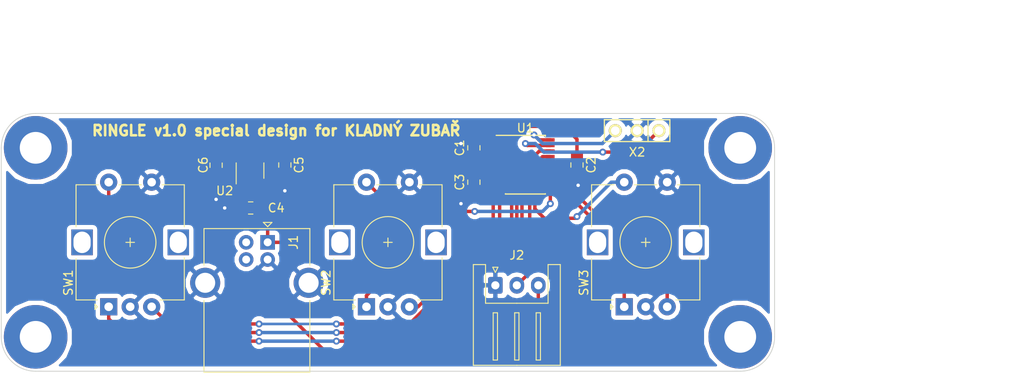
<source format=kicad_pcb>
(kicad_pcb (version 20171130) (host pcbnew 5.0.2-bee76a0~70~ubuntu16.04.1)

  (general
    (thickness 1.6)
    (drawings 15)
    (tracks 160)
    (zones 0)
    (modules 18)
    (nets 23)
  )

  (page A4)
  (layers
    (0 F.Cu signal)
    (31 B.Cu signal)
    (32 B.Adhes user)
    (33 F.Adhes user)
    (34 B.Paste user)
    (35 F.Paste user)
    (36 B.SilkS user)
    (37 F.SilkS user)
    (38 B.Mask user)
    (39 F.Mask user)
    (40 Dwgs.User user)
    (41 Cmts.User user)
    (42 Eco1.User user)
    (43 Eco2.User user)
    (44 Edge.Cuts user)
    (45 Margin user)
    (46 B.CrtYd user hide)
    (47 F.CrtYd user hide)
    (48 B.Fab user hide)
    (49 F.Fab user hide)
  )

  (setup
    (last_trace_width 0.4)
    (trace_clearance 0.2)
    (zone_clearance 0.508)
    (zone_45_only no)
    (trace_min 0.2)
    (segment_width 0.2)
    (edge_width 0.1)
    (via_size 0.8)
    (via_drill 0.4)
    (via_min_size 0.4)
    (via_min_drill 0.3)
    (uvia_size 0.3)
    (uvia_drill 0.1)
    (uvias_allowed no)
    (uvia_min_size 0.2)
    (uvia_min_drill 0.1)
    (pcb_text_width 0.3)
    (pcb_text_size 1.5 1.5)
    (mod_edge_width 0.15)
    (mod_text_size 1 1)
    (mod_text_width 0.15)
    (pad_size 1.5 1.5)
    (pad_drill 0.6)
    (pad_to_mask_clearance 0)
    (solder_mask_min_width 0.25)
    (aux_axis_origin 0 0)
    (grid_origin 140 60)
    (visible_elements FFFFFF7F)
    (pcbplotparams
      (layerselection 0x010f0_ffffffff)
      (usegerberextensions false)
      (usegerberattributes false)
      (usegerberadvancedattributes false)
      (creategerberjobfile false)
      (excludeedgelayer true)
      (linewidth 0.100000)
      (plotframeref false)
      (viasonmask false)
      (mode 1)
      (useauxorigin false)
      (hpglpennumber 1)
      (hpglpenspeed 20)
      (hpglpendiameter 15.000000)
      (psnegative false)
      (psa4output false)
      (plotreference true)
      (plotvalue true)
      (plotinvisibletext false)
      (padsonsilk false)
      (subtractmaskfromsilk false)
      (outputformat 1)
      (mirror false)
      (drillshape 0)
      (scaleselection 1)
      (outputdirectory "gerber/"))
  )

  (net 0 "")
  (net 1 GND)
  (net 2 "Net-(C1-Pad1)")
  (net 3 +3V3)
  (net 4 +5V)
  (net 5 "Net-(C5-Pad1)")
  (net 6 "Net-(J1-Pad3)")
  (net 7 "Net-(J1-Pad2)")
  (net 8 /LED_DATA)
  (net 9 "Net-(SW1-PadS1)")
  (net 10 "Net-(SW1-PadB)")
  (net 11 "Net-(SW1-PadA)")
  (net 12 "Net-(SW2-PadA)")
  (net 13 "Net-(SW2-PadB)")
  (net 14 "Net-(SW2-PadS1)")
  (net 15 "Net-(SW3-PadS1)")
  (net 16 "Net-(SW3-PadB)")
  (net 17 "Net-(SW3-PadA)")
  (net 18 /SWDIO)
  (net 19 /SWCLK)
  (net 20 "Net-(U1-Pad2)")
  (net 21 "Net-(U1-Pad3)")
  (net 22 "Net-(U1-Pad14)")

  (net_class Default "This is the default net class."
    (clearance 0.2)
    (trace_width 0.4)
    (via_dia 0.8)
    (via_drill 0.4)
    (uvia_dia 0.3)
    (uvia_drill 0.1)
    (add_net +3V3)
    (add_net +5V)
    (add_net /LED_DATA)
    (add_net /SWCLK)
    (add_net /SWDIO)
    (add_net GND)
    (add_net "Net-(C1-Pad1)")
    (add_net "Net-(C5-Pad1)")
    (add_net "Net-(J1-Pad2)")
    (add_net "Net-(J1-Pad3)")
    (add_net "Net-(SW1-PadA)")
    (add_net "Net-(SW1-PadB)")
    (add_net "Net-(SW1-PadS1)")
    (add_net "Net-(SW2-PadA)")
    (add_net "Net-(SW2-PadB)")
    (add_net "Net-(SW2-PadS1)")
    (add_net "Net-(SW3-PadA)")
    (add_net "Net-(SW3-PadB)")
    (add_net "Net-(SW3-PadS1)")
    (add_net "Net-(U1-Pad14)")
    (add_net "Net-(U1-Pad2)")
    (add_net "Net-(U1-Pad3)")
  )

  (module device.farm:RotaryEncoder_Bourns_PEC12R-4x20F-Sxxxx locked (layer F.Cu) (tedit 5CA2A2CB) (tstamp 5C9EFCD9)
    (at 107.5 67.5 90)
    (descr "Alps rotary encoder, EC12E... with switch, vertical shaft, http://www.alps.com/prod/info/E/HTML/Encoder/Incremental/EC12E/EC12E1240405.html & http://cdn-reichelt.de/documents/datenblatt/F100/402097STEC12E08.PDF")
    (tags "rotary encoder")
    (path /5C2D43A9)
    (fp_text reference SW1 (at 2.8 -4.7 90) (layer F.SilkS)
      (effects (font (size 1 1) (thickness 0.15)))
    )
    (fp_text value Rotary_Encoder_Switch (at 7.5 10.4 90) (layer F.Fab)
      (effects (font (size 1 1) (thickness 0.15)))
    )
    (fp_circle (center 7.5 2.5) (end 10.5 2.5) (layer F.Fab) (width 0.12))
    (fp_circle (center 7.5 2.5) (end 10.5 2.5) (layer F.SilkS) (width 0.12))
    (fp_line (start 16 9.85) (end -1.5 9.85) (layer F.CrtYd) (width 0.05))
    (fp_line (start 16 9.85) (end 16 -4.85) (layer F.CrtYd) (width 0.05))
    (fp_line (start -1.5 -4.85) (end -1.5 9.85) (layer F.CrtYd) (width 0.05))
    (fp_line (start -1.5 -4.85) (end 16 -4.85) (layer F.CrtYd) (width 0.05))
    (fp_line (start 1.9 -3.7) (end 14.1 -3.7) (layer F.Fab) (width 0.12))
    (fp_line (start 14.1 -3.7) (end 14.1 8.7) (layer F.Fab) (width 0.12))
    (fp_line (start 14.1 8.7) (end 0.9 8.7) (layer F.Fab) (width 0.12))
    (fp_line (start 0.9 8.7) (end 0.9 -2.6) (layer F.Fab) (width 0.12))
    (fp_line (start 0.9 -2.6) (end 1.9 -3.7) (layer F.Fab) (width 0.12))
    (fp_line (start 9.3 -3.8) (end 14.2 -3.8) (layer F.SilkS) (width 0.12))
    (fp_line (start 14.2 8.8) (end 9.3 8.8) (layer F.SilkS) (width 0.12))
    (fp_line (start 5.7 8.8) (end 0.8 8.8) (layer F.SilkS) (width 0.12))
    (fp_line (start 0.8 8.8) (end 0.8 6) (layer F.SilkS) (width 0.12))
    (fp_line (start 5.6 -3.8) (end 0.8 -3.8) (layer F.SilkS) (width 0.12))
    (fp_line (start 0.8 -3.8) (end 0.8 -1.3) (layer F.SilkS) (width 0.12))
    (fp_line (start 0 -1.3) (end -0.3 -1.6) (layer F.SilkS) (width 0.12))
    (fp_line (start -0.3 -1.6) (end 0.3 -1.6) (layer F.SilkS) (width 0.12))
    (fp_line (start 0.3 -1.6) (end 0 -1.3) (layer F.SilkS) (width 0.12))
    (fp_line (start 7.5 -0.5) (end 7.5 5.5) (layer F.Fab) (width 0.12))
    (fp_line (start 4.5 2.5) (end 10.5 2.5) (layer F.Fab) (width 0.12))
    (fp_line (start 14.2 -3.8) (end 14.2 -1.2) (layer F.SilkS) (width 0.12))
    (fp_line (start 14.2 1.2) (end 14.2 3.8) (layer F.SilkS) (width 0.12))
    (fp_line (start 14.2 6.2) (end 14.2 8.8) (layer F.SilkS) (width 0.12))
    (fp_text user %R (at 11.5 6.6 90) (layer F.Fab)
      (effects (font (size 1 1) (thickness 0.15)))
    )
    (fp_line (start 7.5 2) (end 7.5 3) (layer F.SilkS) (width 0.12))
    (fp_line (start 7 2.5) (end 8 2.5) (layer F.SilkS) (width 0.12))
    (pad A thru_hole rect (at 0 0 90) (size 2 2) (drill 1) (layers *.Cu *.Mask)
      (net 11 "Net-(SW1-PadA)"))
    (pad C thru_hole circle (at 0 2.5 90) (size 2 2) (drill 1) (layers *.Cu *.Mask)
      (net 1 GND))
    (pad B thru_hole circle (at 0 5 90) (size 2 2) (drill 1) (layers *.Cu *.Mask)
      (net 10 "Net-(SW1-PadB)"))
    (pad MP thru_hole rect (at 7.5 -3.1 90) (size 3 2.5) (drill oval 2.5 2) (layers *.Cu *.Mask))
    (pad MP thru_hole rect (at 7.5 8.1 90) (size 3 2.5) (drill oval 2.5 2) (layers *.Cu *.Mask))
    (pad S1 thru_hole circle (at 14.5 0 90) (size 2 2) (drill 1) (layers *.Cu *.Mask)
      (net 9 "Net-(SW1-PadS1)"))
    (pad S2 thru_hole circle (at 14.5 5 90) (size 2 2) (drill 1) (layers *.Cu *.Mask)
      (net 1 GND))
    (model ${DF}/device.farm.pretty/PEC12R-4x20F-Sxxxx.stp
      (offset (xyz 7.5 -2.5 0))
      (scale (xyz 1 1 1))
      (rotate (xyz -90 0 -90))
    )
  )

  (module device.farm:RotaryEncoder_Bourns_PEC12R-4x20F-Sxxxx locked (layer F.Cu) (tedit 5CA2A2CB) (tstamp 5C97EFF6)
    (at 137.5 67.5 90)
    (descr "Alps rotary encoder, EC12E... with switch, vertical shaft, http://www.alps.com/prod/info/E/HTML/Encoder/Incremental/EC12E/EC12E1240405.html & http://cdn-reichelt.de/documents/datenblatt/F100/402097STEC12E08.PDF")
    (tags "rotary encoder")
    (path /5C8B0AD9)
    (fp_text reference SW2 (at 2.8 -4.7 90) (layer F.SilkS)
      (effects (font (size 1 1) (thickness 0.15)))
    )
    (fp_text value Rotary_Encoder_Switch (at 7.5 10.4 90) (layer F.Fab)
      (effects (font (size 1 1) (thickness 0.15)))
    )
    (fp_circle (center 7.5 2.5) (end 10.5 2.5) (layer F.Fab) (width 0.12))
    (fp_circle (center 7.5 2.5) (end 10.5 2.5) (layer F.SilkS) (width 0.12))
    (fp_line (start 16 9.85) (end -1.5 9.85) (layer F.CrtYd) (width 0.05))
    (fp_line (start 16 9.85) (end 16 -4.85) (layer F.CrtYd) (width 0.05))
    (fp_line (start -1.5 -4.85) (end -1.5 9.85) (layer F.CrtYd) (width 0.05))
    (fp_line (start -1.5 -4.85) (end 16 -4.85) (layer F.CrtYd) (width 0.05))
    (fp_line (start 1.9 -3.7) (end 14.1 -3.7) (layer F.Fab) (width 0.12))
    (fp_line (start 14.1 -3.7) (end 14.1 8.7) (layer F.Fab) (width 0.12))
    (fp_line (start 14.1 8.7) (end 0.9 8.7) (layer F.Fab) (width 0.12))
    (fp_line (start 0.9 8.7) (end 0.9 -2.6) (layer F.Fab) (width 0.12))
    (fp_line (start 0.9 -2.6) (end 1.9 -3.7) (layer F.Fab) (width 0.12))
    (fp_line (start 9.3 -3.8) (end 14.2 -3.8) (layer F.SilkS) (width 0.12))
    (fp_line (start 14.2 8.8) (end 9.3 8.8) (layer F.SilkS) (width 0.12))
    (fp_line (start 5.7 8.8) (end 0.8 8.8) (layer F.SilkS) (width 0.12))
    (fp_line (start 0.8 8.8) (end 0.8 6) (layer F.SilkS) (width 0.12))
    (fp_line (start 5.6 -3.8) (end 0.8 -3.8) (layer F.SilkS) (width 0.12))
    (fp_line (start 0.8 -3.8) (end 0.8 -1.3) (layer F.SilkS) (width 0.12))
    (fp_line (start 0 -1.3) (end -0.3 -1.6) (layer F.SilkS) (width 0.12))
    (fp_line (start -0.3 -1.6) (end 0.3 -1.6) (layer F.SilkS) (width 0.12))
    (fp_line (start 0.3 -1.6) (end 0 -1.3) (layer F.SilkS) (width 0.12))
    (fp_line (start 7.5 -0.5) (end 7.5 5.5) (layer F.Fab) (width 0.12))
    (fp_line (start 4.5 2.5) (end 10.5 2.5) (layer F.Fab) (width 0.12))
    (fp_line (start 14.2 -3.8) (end 14.2 -1.2) (layer F.SilkS) (width 0.12))
    (fp_line (start 14.2 1.2) (end 14.2 3.8) (layer F.SilkS) (width 0.12))
    (fp_line (start 14.2 6.2) (end 14.2 8.8) (layer F.SilkS) (width 0.12))
    (fp_text user %R (at 11.5 6.6 90) (layer F.Fab)
      (effects (font (size 1 1) (thickness 0.15)))
    )
    (fp_line (start 7.5 2) (end 7.5 3) (layer F.SilkS) (width 0.12))
    (fp_line (start 7 2.5) (end 8 2.5) (layer F.SilkS) (width 0.12))
    (pad A thru_hole rect (at 0 0 90) (size 2 2) (drill 1) (layers *.Cu *.Mask)
      (net 12 "Net-(SW2-PadA)"))
    (pad C thru_hole circle (at 0 2.5 90) (size 2 2) (drill 1) (layers *.Cu *.Mask)
      (net 1 GND))
    (pad B thru_hole circle (at 0 5 90) (size 2 2) (drill 1) (layers *.Cu *.Mask)
      (net 13 "Net-(SW2-PadB)"))
    (pad MP thru_hole rect (at 7.5 -3.1 90) (size 3 2.5) (drill oval 2.5 2) (layers *.Cu *.Mask))
    (pad MP thru_hole rect (at 7.5 8.1 90) (size 3 2.5) (drill oval 2.5 2) (layers *.Cu *.Mask))
    (pad S1 thru_hole circle (at 14.5 0 90) (size 2 2) (drill 1) (layers *.Cu *.Mask)
      (net 14 "Net-(SW2-PadS1)"))
    (pad S2 thru_hole circle (at 14.5 5 90) (size 2 2) (drill 1) (layers *.Cu *.Mask)
      (net 1 GND))
    (model ${DF}/device.farm.pretty/PEC12R-4x20F-Sxxxx.stp
      (offset (xyz 7.5 -2.5 0))
      (scale (xyz 1 1 1))
      (rotate (xyz -90 0 -90))
    )
  )

  (module device.farm:RotaryEncoder_Bourns_PEC12R-4x20F-Sxxxx locked (layer F.Cu) (tedit 5CA2A2CB) (tstamp 5C97F01D)
    (at 167.5 67.5 90)
    (descr "Alps rotary encoder, EC12E... with switch, vertical shaft, http://www.alps.com/prod/info/E/HTML/Encoder/Incremental/EC12E/EC12E1240405.html & http://cdn-reichelt.de/documents/datenblatt/F100/402097STEC12E08.PDF")
    (tags "rotary encoder")
    (path /5C8B13F7)
    (fp_text reference SW3 (at 2.8 -4.7 90) (layer F.SilkS)
      (effects (font (size 1 1) (thickness 0.15)))
    )
    (fp_text value Rotary_Encoder_Switch (at 7.5 10.4 90) (layer F.Fab)
      (effects (font (size 1 1) (thickness 0.15)))
    )
    (fp_circle (center 7.5 2.5) (end 10.5 2.5) (layer F.Fab) (width 0.12))
    (fp_circle (center 7.5 2.5) (end 10.5 2.5) (layer F.SilkS) (width 0.12))
    (fp_line (start 16 9.85) (end -1.5 9.85) (layer F.CrtYd) (width 0.05))
    (fp_line (start 16 9.85) (end 16 -4.85) (layer F.CrtYd) (width 0.05))
    (fp_line (start -1.5 -4.85) (end -1.5 9.85) (layer F.CrtYd) (width 0.05))
    (fp_line (start -1.5 -4.85) (end 16 -4.85) (layer F.CrtYd) (width 0.05))
    (fp_line (start 1.9 -3.7) (end 14.1 -3.7) (layer F.Fab) (width 0.12))
    (fp_line (start 14.1 -3.7) (end 14.1 8.7) (layer F.Fab) (width 0.12))
    (fp_line (start 14.1 8.7) (end 0.9 8.7) (layer F.Fab) (width 0.12))
    (fp_line (start 0.9 8.7) (end 0.9 -2.6) (layer F.Fab) (width 0.12))
    (fp_line (start 0.9 -2.6) (end 1.9 -3.7) (layer F.Fab) (width 0.12))
    (fp_line (start 9.3 -3.8) (end 14.2 -3.8) (layer F.SilkS) (width 0.12))
    (fp_line (start 14.2 8.8) (end 9.3 8.8) (layer F.SilkS) (width 0.12))
    (fp_line (start 5.7 8.8) (end 0.8 8.8) (layer F.SilkS) (width 0.12))
    (fp_line (start 0.8 8.8) (end 0.8 6) (layer F.SilkS) (width 0.12))
    (fp_line (start 5.6 -3.8) (end 0.8 -3.8) (layer F.SilkS) (width 0.12))
    (fp_line (start 0.8 -3.8) (end 0.8 -1.3) (layer F.SilkS) (width 0.12))
    (fp_line (start 0 -1.3) (end -0.3 -1.6) (layer F.SilkS) (width 0.12))
    (fp_line (start -0.3 -1.6) (end 0.3 -1.6) (layer F.SilkS) (width 0.12))
    (fp_line (start 0.3 -1.6) (end 0 -1.3) (layer F.SilkS) (width 0.12))
    (fp_line (start 7.5 -0.5) (end 7.5 5.5) (layer F.Fab) (width 0.12))
    (fp_line (start 4.5 2.5) (end 10.5 2.5) (layer F.Fab) (width 0.12))
    (fp_line (start 14.2 -3.8) (end 14.2 -1.2) (layer F.SilkS) (width 0.12))
    (fp_line (start 14.2 1.2) (end 14.2 3.8) (layer F.SilkS) (width 0.12))
    (fp_line (start 14.2 6.2) (end 14.2 8.8) (layer F.SilkS) (width 0.12))
    (fp_text user %R (at 11.5 6.6 90) (layer F.Fab)
      (effects (font (size 1 1) (thickness 0.15)))
    )
    (fp_line (start 7.5 2) (end 7.5 3) (layer F.SilkS) (width 0.12))
    (fp_line (start 7 2.5) (end 8 2.5) (layer F.SilkS) (width 0.12))
    (pad A thru_hole rect (at 0 0 90) (size 2 2) (drill 1) (layers *.Cu *.Mask)
      (net 17 "Net-(SW3-PadA)"))
    (pad C thru_hole circle (at 0 2.5 90) (size 2 2) (drill 1) (layers *.Cu *.Mask)
      (net 1 GND))
    (pad B thru_hole circle (at 0 5 90) (size 2 2) (drill 1) (layers *.Cu *.Mask)
      (net 16 "Net-(SW3-PadB)"))
    (pad MP thru_hole rect (at 7.5 -3.1 90) (size 3 2.5) (drill oval 2.5 2) (layers *.Cu *.Mask))
    (pad MP thru_hole rect (at 7.5 8.1 90) (size 3 2.5) (drill oval 2.5 2) (layers *.Cu *.Mask))
    (pad S1 thru_hole circle (at 14.5 0 90) (size 2 2) (drill 1) (layers *.Cu *.Mask)
      (net 15 "Net-(SW3-PadS1)"))
    (pad S2 thru_hole circle (at 14.5 5 90) (size 2 2) (drill 1) (layers *.Cu *.Mask)
      (net 1 GND))
    (model ${DF}/device.farm.pretty/PEC12R-4x20F-Sxxxx.stp
      (offset (xyz 7.5 -2.5 0))
      (scale (xyz 1 1 1))
      (rotate (xyz -90 0 -90))
    )
  )

  (module controller:USB_B_OST_USB-B1HSxx_Horizontal (layer F.Cu) (tedit 5CAF1436) (tstamp 5C9801FB)
    (at 126 60 270)
    (descr "USB B receptacle, Horizontal, through-hole, http://www.on-shore.com/wp-content/uploads/2015/09/usb-b1hsxx.pdf")
    (tags "USB-B receptacle horizontal through-hole")
    (path /5C8CDAAC)
    (fp_text reference J1 (at 0 -3 270) (layer F.SilkS)
      (effects (font (size 1 1) (thickness 0.15)))
    )
    (fp_text value USB_B (at 6.76 10.27 270) (layer F.Fab)
      (effects (font (size 1 1) (thickness 0.15)))
    )
    (fp_line (start -0.49 -4.8) (end 15.01 -4.8) (layer F.Fab) (width 0.1))
    (fp_line (start 15.01 -4.8) (end 15.01 7.3) (layer F.Fab) (width 0.1))
    (fp_line (start 15.01 7.3) (end -1.49 7.3) (layer F.Fab) (width 0.1))
    (fp_line (start -1.49 7.3) (end -1.49 -3.8) (layer F.Fab) (width 0.1))
    (fp_line (start -1.49 -3.8) (end -0.49 -4.8) (layer F.Fab) (width 0.1))
    (fp_line (start 2.66 -4.91) (end -1.6 -4.91) (layer F.SilkS) (width 0.12))
    (fp_line (start -1.6 -4.91) (end -1.6 7.41) (layer F.SilkS) (width 0.12))
    (fp_line (start -1.6 7.41) (end 2.66 7.41) (layer F.SilkS) (width 0.12))
    (fp_line (start 6.76 -4.91) (end 15.12 -4.91) (layer F.SilkS) (width 0.12))
    (fp_line (start 15.12 -4.91) (end 15.12 7.41) (layer F.SilkS) (width 0.12))
    (fp_line (start 15.12 7.41) (end 6.76 7.41) (layer F.SilkS) (width 0.12))
    (fp_line (start -1.82 0) (end -2.32 -0.5) (layer F.SilkS) (width 0.12))
    (fp_line (start -2.32 -0.5) (end -2.32 0.5) (layer F.SilkS) (width 0.12))
    (fp_line (start -2.32 0.5) (end -1.82 0) (layer F.SilkS) (width 0.12))
    (fp_line (start -1.99 -7.02) (end -1.99 9.52) (layer F.CrtYd) (width 0.05))
    (fp_line (start -1.99 9.52) (end 15.51 9.52) (layer F.CrtYd) (width 0.05))
    (fp_line (start 15.51 9.52) (end 15.51 -7.02) (layer F.CrtYd) (width 0.05))
    (fp_line (start 15.51 -7.02) (end -1.99 -7.02) (layer F.CrtYd) (width 0.05))
    (fp_text user %R (at 6.76 1.25 270) (layer F.Fab)
      (effects (font (size 1 1) (thickness 0.15)))
    )
    (pad 1 thru_hole rect (at 0 0 270) (size 1.7 1.7) (drill 0.92) (layers *.Cu *.Mask)
      (net 4 +5V))
    (pad 2 thru_hole circle (at 0 2.5 270) (size 1.7 1.7) (drill 0.92) (layers *.Cu *.Mask)
      (net 7 "Net-(J1-Pad2)"))
    (pad 3 thru_hole circle (at 2 2.5 270) (size 1.7 1.7) (drill 0.92) (layers *.Cu *.Mask)
      (net 6 "Net-(J1-Pad3)"))
    (pad 4 thru_hole circle (at 2 0 270) (size 1.7 1.7) (drill 0.92) (layers *.Cu *.Mask)
      (net 1 GND))
    (pad 5 thru_hole circle (at 4.71 -4.77 270) (size 3.5 3.5) (drill 2.33) (layers *.Cu *.Mask)
      (net 1 GND))
    (pad 5 thru_hole circle (at 4.71 7.27 270) (size 3.5 3.5) (drill 2.33) (layers *.Cu *.Mask)
      (net 1 GND))
    (model ${KIPRJMOD}/fp-lib/USB_B_OST_USB-B1HSxx_Horizontal.stp
      (offset (xyz 7 -1.25 0))
      (scale (xyz 1 1 1))
      (rotate (xyz -90 0 -90))
    )
  )

  (module Package_SO:SSOP-20_4.4x6.5mm_P0.65mm (layer F.Cu) (tedit 5A02F25C) (tstamp 5C98295E)
    (at 156 51)
    (descr "SSOP20: plastic shrink small outline package; 20 leads; body width 4.4 mm; (see NXP SSOP-TSSOP-VSO-REFLOW.pdf and sot266-1_po.pdf)")
    (tags "SSOP 0.65")
    (path /5C2D459B)
    (attr smd)
    (fp_text reference U1 (at 0 -4.3) (layer F.SilkS)
      (effects (font (size 1 1) (thickness 0.15)))
    )
    (fp_text value STM32F030F4Px (at 0 4.3) (layer F.Fab)
      (effects (font (size 1 1) (thickness 0.15)))
    )
    (fp_text user %R (at 0 0) (layer F.Fab)
      (effects (font (size 0.8 0.8) (thickness 0.15)))
    )
    (fp_line (start -2.325 3.375) (end 2.325 3.375) (layer F.SilkS) (width 0.15))
    (fp_line (start -3.4 -3.45) (end 2.325 -3.45) (layer F.SilkS) (width 0.15))
    (fp_line (start -2.325 3.375) (end -2.325 3.35) (layer F.SilkS) (width 0.15))
    (fp_line (start 2.325 3.375) (end 2.325 3.35) (layer F.SilkS) (width 0.15))
    (fp_line (start 2.325 -3.45) (end 2.325 -3.35) (layer F.SilkS) (width 0.15))
    (fp_line (start -3.65 3.55) (end 3.65 3.55) (layer F.CrtYd) (width 0.05))
    (fp_line (start -3.65 -3.55) (end 3.65 -3.55) (layer F.CrtYd) (width 0.05))
    (fp_line (start 3.65 -3.55) (end 3.65 3.55) (layer F.CrtYd) (width 0.05))
    (fp_line (start -3.65 -3.55) (end -3.65 3.55) (layer F.CrtYd) (width 0.05))
    (fp_line (start -2.2 -2.25) (end -1.2 -3.25) (layer F.Fab) (width 0.15))
    (fp_line (start -2.2 3.25) (end -2.2 -2.25) (layer F.Fab) (width 0.15))
    (fp_line (start 2.2 3.25) (end -2.2 3.25) (layer F.Fab) (width 0.15))
    (fp_line (start 2.2 -3.25) (end 2.2 3.25) (layer F.Fab) (width 0.15))
    (fp_line (start -1.2 -3.25) (end 2.2 -3.25) (layer F.Fab) (width 0.15))
    (pad 20 smd rect (at 2.9 -2.925) (size 1 0.4) (layers F.Cu F.Paste F.Mask)
      (net 19 /SWCLK))
    (pad 19 smd rect (at 2.9 -2.275) (size 1 0.4) (layers F.Cu F.Paste F.Mask)
      (net 18 /SWDIO))
    (pad 18 smd rect (at 2.9 -1.625) (size 1 0.4) (layers F.Cu F.Paste F.Mask)
      (net 8 /LED_DATA))
    (pad 17 smd rect (at 2.9 -0.975) (size 1 0.4) (layers F.Cu F.Paste F.Mask)
      (net 15 "Net-(SW3-PadS1)"))
    (pad 16 smd rect (at 2.9 -0.325) (size 1 0.4) (layers F.Cu F.Paste F.Mask)
      (net 3 +3V3))
    (pad 15 smd rect (at 2.9 0.325) (size 1 0.4) (layers F.Cu F.Paste F.Mask)
      (net 1 GND))
    (pad 14 smd rect (at 2.9 0.975) (size 1 0.4) (layers F.Cu F.Paste F.Mask)
      (net 22 "Net-(U1-Pad14)"))
    (pad 13 smd rect (at 2.9 1.625) (size 1 0.4) (layers F.Cu F.Paste F.Mask)
      (net 16 "Net-(SW3-PadB)"))
    (pad 12 smd rect (at 2.9 2.275) (size 1 0.4) (layers F.Cu F.Paste F.Mask)
      (net 17 "Net-(SW3-PadA)"))
    (pad 11 smd rect (at 2.9 2.925) (size 1 0.4) (layers F.Cu F.Paste F.Mask)
      (net 14 "Net-(SW2-PadS1)"))
    (pad 10 smd rect (at -2.9 2.925) (size 1 0.4) (layers F.Cu F.Paste F.Mask)
      (net 13 "Net-(SW2-PadB)"))
    (pad 9 smd rect (at -2.9 2.275) (size 1 0.4) (layers F.Cu F.Paste F.Mask)
      (net 12 "Net-(SW2-PadA)"))
    (pad 8 smd rect (at -2.9 1.625) (size 1 0.4) (layers F.Cu F.Paste F.Mask)
      (net 9 "Net-(SW1-PadS1)"))
    (pad 7 smd rect (at -2.9 0.975) (size 1 0.4) (layers F.Cu F.Paste F.Mask)
      (net 10 "Net-(SW1-PadB)"))
    (pad 6 smd rect (at -2.9 0.325) (size 1 0.4) (layers F.Cu F.Paste F.Mask)
      (net 11 "Net-(SW1-PadA)"))
    (pad 5 smd rect (at -2.9 -0.325) (size 1 0.4) (layers F.Cu F.Paste F.Mask)
      (net 3 +3V3))
    (pad 4 smd rect (at -2.9 -0.975) (size 1 0.4) (layers F.Cu F.Paste F.Mask)
      (net 2 "Net-(C1-Pad1)"))
    (pad 3 smd rect (at -2.9 -1.625) (size 1 0.4) (layers F.Cu F.Paste F.Mask)
      (net 21 "Net-(U1-Pad3)"))
    (pad 2 smd rect (at -2.9 -2.275) (size 1 0.4) (layers F.Cu F.Paste F.Mask)
      (net 20 "Net-(U1-Pad2)"))
    (pad 1 smd rect (at -2.9 -2.925) (size 1 0.4) (layers F.Cu F.Paste F.Mask)
      (net 1 GND))
    (model ${KISYS3DMOD}/Package_SO.3dshapes/SSOP-20_4.4x6.5mm_P0.65mm.wrl
      (at (xyz 0 0 0))
      (scale (xyz 1 1 1))
      (rotate (xyz 0 0 0))
    )
  )

  (module Capacitor_SMD:C_0805_2012Metric_Pad1.15x1.40mm_HandSolder (layer F.Cu) (tedit 5B36C52B) (tstamp 5C97EEE5)
    (at 150 49 90)
    (descr "Capacitor SMD 0805 (2012 Metric), square (rectangular) end terminal, IPC_7351 nominal with elongated pad for handsoldering. (Body size source: https://docs.google.com/spreadsheets/d/1BsfQQcO9C6DZCsRaXUlFlo91Tg2WpOkGARC1WS5S8t0/edit?usp=sharing), generated with kicad-footprint-generator")
    (tags "capacitor handsolder")
    (path /5C2D4945)
    (attr smd)
    (fp_text reference C1 (at 0 -1.65 90) (layer F.SilkS)
      (effects (font (size 1 1) (thickness 0.15)))
    )
    (fp_text value 100n (at 0 1.65 90) (layer F.Fab)
      (effects (font (size 1 1) (thickness 0.15)))
    )
    (fp_text user %R (at 0 0 90) (layer F.Fab)
      (effects (font (size 0.5 0.5) (thickness 0.08)))
    )
    (fp_line (start 1.85 0.95) (end -1.85 0.95) (layer F.CrtYd) (width 0.05))
    (fp_line (start 1.85 -0.95) (end 1.85 0.95) (layer F.CrtYd) (width 0.05))
    (fp_line (start -1.85 -0.95) (end 1.85 -0.95) (layer F.CrtYd) (width 0.05))
    (fp_line (start -1.85 0.95) (end -1.85 -0.95) (layer F.CrtYd) (width 0.05))
    (fp_line (start -0.261252 0.71) (end 0.261252 0.71) (layer F.SilkS) (width 0.12))
    (fp_line (start -0.261252 -0.71) (end 0.261252 -0.71) (layer F.SilkS) (width 0.12))
    (fp_line (start 1 0.6) (end -1 0.6) (layer F.Fab) (width 0.1))
    (fp_line (start 1 -0.6) (end 1 0.6) (layer F.Fab) (width 0.1))
    (fp_line (start -1 -0.6) (end 1 -0.6) (layer F.Fab) (width 0.1))
    (fp_line (start -1 0.6) (end -1 -0.6) (layer F.Fab) (width 0.1))
    (pad 2 smd roundrect (at 1.025 0 90) (size 1.15 1.4) (layers F.Cu F.Paste F.Mask) (roundrect_rratio 0.217391)
      (net 1 GND))
    (pad 1 smd roundrect (at -1.025 0 90) (size 1.15 1.4) (layers F.Cu F.Paste F.Mask) (roundrect_rratio 0.217391)
      (net 2 "Net-(C1-Pad1)"))
    (model ${KISYS3DMOD}/Capacitor_SMD.3dshapes/C_0805_2012Metric.wrl
      (at (xyz 0 0 0))
      (scale (xyz 1 1 1))
      (rotate (xyz 0 0 0))
    )
  )

  (module Capacitor_SMD:C_0805_2012Metric_Pad1.15x1.40mm_HandSolder (layer F.Cu) (tedit 5B36C52B) (tstamp 5C97EEF6)
    (at 162 51 270)
    (descr "Capacitor SMD 0805 (2012 Metric), square (rectangular) end terminal, IPC_7351 nominal with elongated pad for handsoldering. (Body size source: https://docs.google.com/spreadsheets/d/1BsfQQcO9C6DZCsRaXUlFlo91Tg2WpOkGARC1WS5S8t0/edit?usp=sharing), generated with kicad-footprint-generator")
    (tags "capacitor handsolder")
    (path /5C2D49B4)
    (attr smd)
    (fp_text reference C2 (at 0 -1.65 270) (layer F.SilkS)
      (effects (font (size 1 1) (thickness 0.15)))
    )
    (fp_text value 100n (at 0 1.65 270) (layer F.Fab)
      (effects (font (size 1 1) (thickness 0.15)))
    )
    (fp_text user %R (at 0 0 270) (layer F.Fab)
      (effects (font (size 0.5 0.5) (thickness 0.08)))
    )
    (fp_line (start 1.85 0.95) (end -1.85 0.95) (layer F.CrtYd) (width 0.05))
    (fp_line (start 1.85 -0.95) (end 1.85 0.95) (layer F.CrtYd) (width 0.05))
    (fp_line (start -1.85 -0.95) (end 1.85 -0.95) (layer F.CrtYd) (width 0.05))
    (fp_line (start -1.85 0.95) (end -1.85 -0.95) (layer F.CrtYd) (width 0.05))
    (fp_line (start -0.261252 0.71) (end 0.261252 0.71) (layer F.SilkS) (width 0.12))
    (fp_line (start -0.261252 -0.71) (end 0.261252 -0.71) (layer F.SilkS) (width 0.12))
    (fp_line (start 1 0.6) (end -1 0.6) (layer F.Fab) (width 0.1))
    (fp_line (start 1 -0.6) (end 1 0.6) (layer F.Fab) (width 0.1))
    (fp_line (start -1 -0.6) (end 1 -0.6) (layer F.Fab) (width 0.1))
    (fp_line (start -1 0.6) (end -1 -0.6) (layer F.Fab) (width 0.1))
    (pad 2 smd roundrect (at 1.025 0 270) (size 1.15 1.4) (layers F.Cu F.Paste F.Mask) (roundrect_rratio 0.217391)
      (net 1 GND))
    (pad 1 smd roundrect (at -1.025 0 270) (size 1.15 1.4) (layers F.Cu F.Paste F.Mask) (roundrect_rratio 0.217391)
      (net 3 +3V3))
    (model ${KISYS3DMOD}/Capacitor_SMD.3dshapes/C_0805_2012Metric.wrl
      (at (xyz 0 0 0))
      (scale (xyz 1 1 1))
      (rotate (xyz 0 0 0))
    )
  )

  (module Capacitor_SMD:C_0805_2012Metric_Pad1.15x1.40mm_HandSolder (layer F.Cu) (tedit 5B36C52B) (tstamp 5C97EF07)
    (at 150 53 90)
    (descr "Capacitor SMD 0805 (2012 Metric), square (rectangular) end terminal, IPC_7351 nominal with elongated pad for handsoldering. (Body size source: https://docs.google.com/spreadsheets/d/1BsfQQcO9C6DZCsRaXUlFlo91Tg2WpOkGARC1WS5S8t0/edit?usp=sharing), generated with kicad-footprint-generator")
    (tags "capacitor handsolder")
    (path /5C2D49F5)
    (attr smd)
    (fp_text reference C3 (at 0 -1.65 90) (layer F.SilkS)
      (effects (font (size 1 1) (thickness 0.15)))
    )
    (fp_text value 100n (at 0 1.65 90) (layer F.Fab)
      (effects (font (size 1 1) (thickness 0.15)))
    )
    (fp_text user %R (at 0 0 90) (layer F.Fab)
      (effects (font (size 0.5 0.5) (thickness 0.08)))
    )
    (fp_line (start 1.85 0.95) (end -1.85 0.95) (layer F.CrtYd) (width 0.05))
    (fp_line (start 1.85 -0.95) (end 1.85 0.95) (layer F.CrtYd) (width 0.05))
    (fp_line (start -1.85 -0.95) (end 1.85 -0.95) (layer F.CrtYd) (width 0.05))
    (fp_line (start -1.85 0.95) (end -1.85 -0.95) (layer F.CrtYd) (width 0.05))
    (fp_line (start -0.261252 0.71) (end 0.261252 0.71) (layer F.SilkS) (width 0.12))
    (fp_line (start -0.261252 -0.71) (end 0.261252 -0.71) (layer F.SilkS) (width 0.12))
    (fp_line (start 1 0.6) (end -1 0.6) (layer F.Fab) (width 0.1))
    (fp_line (start 1 -0.6) (end 1 0.6) (layer F.Fab) (width 0.1))
    (fp_line (start -1 -0.6) (end 1 -0.6) (layer F.Fab) (width 0.1))
    (fp_line (start -1 0.6) (end -1 -0.6) (layer F.Fab) (width 0.1))
    (pad 2 smd roundrect (at 1.025 0 90) (size 1.15 1.4) (layers F.Cu F.Paste F.Mask) (roundrect_rratio 0.217391)
      (net 3 +3V3))
    (pad 1 smd roundrect (at -1.025 0 90) (size 1.15 1.4) (layers F.Cu F.Paste F.Mask) (roundrect_rratio 0.217391)
      (net 1 GND))
    (model ${KISYS3DMOD}/Capacitor_SMD.3dshapes/C_0805_2012Metric.wrl
      (at (xyz 0 0 0))
      (scale (xyz 1 1 1))
      (rotate (xyz 0 0 0))
    )
  )

  (module Capacitor_SMD:C_0805_2012Metric_Pad1.15x1.40mm_HandSolder (layer F.Cu) (tedit 5B36C52B) (tstamp 5C97EF18)
    (at 124.025 56 180)
    (descr "Capacitor SMD 0805 (2012 Metric), square (rectangular) end terminal, IPC_7351 nominal with elongated pad for handsoldering. (Body size source: https://docs.google.com/spreadsheets/d/1BsfQQcO9C6DZCsRaXUlFlo91Tg2WpOkGARC1WS5S8t0/edit?usp=sharing), generated with kicad-footprint-generator")
    (tags "capacitor handsolder")
    (path /5C8BAC15)
    (attr smd)
    (fp_text reference C4 (at -2.975 0 180) (layer F.SilkS)
      (effects (font (size 1 1) (thickness 0.15)))
    )
    (fp_text value 1u (at 0 1.65 180) (layer F.Fab)
      (effects (font (size 1 1) (thickness 0.15)))
    )
    (fp_text user %R (at 0 0 180) (layer F.Fab)
      (effects (font (size 0.5 0.5) (thickness 0.08)))
    )
    (fp_line (start 1.85 0.95) (end -1.85 0.95) (layer F.CrtYd) (width 0.05))
    (fp_line (start 1.85 -0.95) (end 1.85 0.95) (layer F.CrtYd) (width 0.05))
    (fp_line (start -1.85 -0.95) (end 1.85 -0.95) (layer F.CrtYd) (width 0.05))
    (fp_line (start -1.85 0.95) (end -1.85 -0.95) (layer F.CrtYd) (width 0.05))
    (fp_line (start -0.261252 0.71) (end 0.261252 0.71) (layer F.SilkS) (width 0.12))
    (fp_line (start -0.261252 -0.71) (end 0.261252 -0.71) (layer F.SilkS) (width 0.12))
    (fp_line (start 1 0.6) (end -1 0.6) (layer F.Fab) (width 0.1))
    (fp_line (start 1 -0.6) (end 1 0.6) (layer F.Fab) (width 0.1))
    (fp_line (start -1 -0.6) (end 1 -0.6) (layer F.Fab) (width 0.1))
    (fp_line (start -1 0.6) (end -1 -0.6) (layer F.Fab) (width 0.1))
    (pad 2 smd roundrect (at 1.025 0 180) (size 1.15 1.4) (layers F.Cu F.Paste F.Mask) (roundrect_rratio 0.217391)
      (net 1 GND))
    (pad 1 smd roundrect (at -1.025 0 180) (size 1.15 1.4) (layers F.Cu F.Paste F.Mask) (roundrect_rratio 0.217391)
      (net 4 +5V))
    (model ${KISYS3DMOD}/Capacitor_SMD.3dshapes/C_0805_2012Metric.wrl
      (at (xyz 0 0 0))
      (scale (xyz 1 1 1))
      (rotate (xyz 0 0 0))
    )
  )

  (module Capacitor_SMD:C_0805_2012Metric_Pad1.15x1.40mm_HandSolder (layer F.Cu) (tedit 5B36C52B) (tstamp 5C97EF29)
    (at 128 51 270)
    (descr "Capacitor SMD 0805 (2012 Metric), square (rectangular) end terminal, IPC_7351 nominal with elongated pad for handsoldering. (Body size source: https://docs.google.com/spreadsheets/d/1BsfQQcO9C6DZCsRaXUlFlo91Tg2WpOkGARC1WS5S8t0/edit?usp=sharing), generated with kicad-footprint-generator")
    (tags "capacitor handsolder")
    (path /5C8BAB28)
    (attr smd)
    (fp_text reference C5 (at 0 -1.65 270) (layer F.SilkS)
      (effects (font (size 1 1) (thickness 0.15)))
    )
    (fp_text value 22n (at 0 1.65 270) (layer F.Fab)
      (effects (font (size 1 1) (thickness 0.15)))
    )
    (fp_text user %R (at 0 0 270) (layer F.Fab)
      (effects (font (size 0.5 0.5) (thickness 0.08)))
    )
    (fp_line (start 1.85 0.95) (end -1.85 0.95) (layer F.CrtYd) (width 0.05))
    (fp_line (start 1.85 -0.95) (end 1.85 0.95) (layer F.CrtYd) (width 0.05))
    (fp_line (start -1.85 -0.95) (end 1.85 -0.95) (layer F.CrtYd) (width 0.05))
    (fp_line (start -1.85 0.95) (end -1.85 -0.95) (layer F.CrtYd) (width 0.05))
    (fp_line (start -0.261252 0.71) (end 0.261252 0.71) (layer F.SilkS) (width 0.12))
    (fp_line (start -0.261252 -0.71) (end 0.261252 -0.71) (layer F.SilkS) (width 0.12))
    (fp_line (start 1 0.6) (end -1 0.6) (layer F.Fab) (width 0.1))
    (fp_line (start 1 -0.6) (end 1 0.6) (layer F.Fab) (width 0.1))
    (fp_line (start -1 -0.6) (end 1 -0.6) (layer F.Fab) (width 0.1))
    (fp_line (start -1 0.6) (end -1 -0.6) (layer F.Fab) (width 0.1))
    (pad 2 smd roundrect (at 1.025 0 270) (size 1.15 1.4) (layers F.Cu F.Paste F.Mask) (roundrect_rratio 0.217391)
      (net 1 GND))
    (pad 1 smd roundrect (at -1.025 0 270) (size 1.15 1.4) (layers F.Cu F.Paste F.Mask) (roundrect_rratio 0.217391)
      (net 5 "Net-(C5-Pad1)"))
    (model ${KISYS3DMOD}/Capacitor_SMD.3dshapes/C_0805_2012Metric.wrl
      (at (xyz 0 0 0))
      (scale (xyz 1 1 1))
      (rotate (xyz 0 0 0))
    )
  )

  (module Capacitor_SMD:C_0805_2012Metric_Pad1.15x1.40mm_HandSolder (layer F.Cu) (tedit 5B36C52B) (tstamp 5C97EF3A)
    (at 120 51.025 270)
    (descr "Capacitor SMD 0805 (2012 Metric), square (rectangular) end terminal, IPC_7351 nominal with elongated pad for handsoldering. (Body size source: https://docs.google.com/spreadsheets/d/1BsfQQcO9C6DZCsRaXUlFlo91Tg2WpOkGARC1WS5S8t0/edit?usp=sharing), generated with kicad-footprint-generator")
    (tags "capacitor handsolder")
    (path /5C8BABDD)
    (attr smd)
    (fp_text reference C6 (at -0.025 1.5 270) (layer F.SilkS)
      (effects (font (size 1 1) (thickness 0.15)))
    )
    (fp_text value 1u (at 0 1.65 270) (layer F.Fab)
      (effects (font (size 1 1) (thickness 0.15)))
    )
    (fp_text user %R (at 0 0 270) (layer F.Fab)
      (effects (font (size 0.5 0.5) (thickness 0.08)))
    )
    (fp_line (start 1.85 0.95) (end -1.85 0.95) (layer F.CrtYd) (width 0.05))
    (fp_line (start 1.85 -0.95) (end 1.85 0.95) (layer F.CrtYd) (width 0.05))
    (fp_line (start -1.85 -0.95) (end 1.85 -0.95) (layer F.CrtYd) (width 0.05))
    (fp_line (start -1.85 0.95) (end -1.85 -0.95) (layer F.CrtYd) (width 0.05))
    (fp_line (start -0.261252 0.71) (end 0.261252 0.71) (layer F.SilkS) (width 0.12))
    (fp_line (start -0.261252 -0.71) (end 0.261252 -0.71) (layer F.SilkS) (width 0.12))
    (fp_line (start 1 0.6) (end -1 0.6) (layer F.Fab) (width 0.1))
    (fp_line (start 1 -0.6) (end 1 0.6) (layer F.Fab) (width 0.1))
    (fp_line (start -1 -0.6) (end 1 -0.6) (layer F.Fab) (width 0.1))
    (fp_line (start -1 0.6) (end -1 -0.6) (layer F.Fab) (width 0.1))
    (pad 2 smd roundrect (at 1.025 0 270) (size 1.15 1.4) (layers F.Cu F.Paste F.Mask) (roundrect_rratio 0.217391)
      (net 1 GND))
    (pad 1 smd roundrect (at -1.025 0 270) (size 1.15 1.4) (layers F.Cu F.Paste F.Mask) (roundrect_rratio 0.217391)
      (net 3 +3V3))
    (model ${KISYS3DMOD}/Capacitor_SMD.3dshapes/C_0805_2012Metric.wrl
      (at (xyz 0 0 0))
      (scale (xyz 1 1 1))
      (rotate (xyz 0 0 0))
    )
  )

  (module MountingHole:MountingHole_3.7mm_Pad (layer F.Cu) (tedit 56D1B4CB) (tstamp 5C97EF42)
    (at 181 71)
    (descr "Mounting Hole 3.7mm")
    (tags "mounting hole 3.7mm")
    (path /5C8D299A)
    (attr virtual)
    (fp_text reference H1 (at 0 0) (layer F.SilkS)
      (effects (font (size 1 1) (thickness 0.15)))
    )
    (fp_text value MountingHole (at 0 4.7) (layer F.Fab)
      (effects (font (size 1 1) (thickness 0.15)))
    )
    (fp_circle (center 0 0) (end 3.95 0) (layer F.CrtYd) (width 0.05))
    (fp_circle (center 0 0) (end 3.7 0) (layer Cmts.User) (width 0.15))
    (fp_text user %R (at 0.3 0) (layer F.Fab)
      (effects (font (size 1 1) (thickness 0.15)))
    )
    (pad 1 thru_hole circle (at 0 0) (size 7.4 7.4) (drill 3.7) (layers *.Cu *.Mask))
  )

  (module MountingHole:MountingHole_3.7mm_Pad (layer F.Cu) (tedit 56D1B4CB) (tstamp 5C97EF4A)
    (at 99 49)
    (descr "Mounting Hole 3.7mm")
    (tags "mounting hole 3.7mm")
    (path /5C8D2A7C)
    (attr virtual)
    (fp_text reference H2 (at 0 0) (layer F.SilkS)
      (effects (font (size 1 1) (thickness 0.15)))
    )
    (fp_text value MountingHole (at 0 4.7) (layer F.Fab)
      (effects (font (size 1 1) (thickness 0.15)))
    )
    (fp_circle (center 0 0) (end 3.95 0) (layer F.CrtYd) (width 0.05))
    (fp_circle (center 0 0) (end 3.7 0) (layer Cmts.User) (width 0.15))
    (fp_text user %R (at 0.3 0) (layer F.Fab)
      (effects (font (size 1 1) (thickness 0.15)))
    )
    (pad 1 thru_hole circle (at 0 0) (size 7.4 7.4) (drill 3.7) (layers *.Cu *.Mask))
  )

  (module MountingHole:MountingHole_3.7mm_Pad (layer F.Cu) (tedit 56D1B4CB) (tstamp 5C97EF52)
    (at 181 49)
    (descr "Mounting Hole 3.7mm")
    (tags "mounting hole 3.7mm")
    (path /5C8D2AB4)
    (attr virtual)
    (fp_text reference H3 (at 0 0) (layer F.SilkS)
      (effects (font (size 1 1) (thickness 0.15)))
    )
    (fp_text value MountingHole (at 0 4.7) (layer F.Fab)
      (effects (font (size 1 1) (thickness 0.15)))
    )
    (fp_circle (center 0 0) (end 3.95 0) (layer F.CrtYd) (width 0.05))
    (fp_circle (center 0 0) (end 3.7 0) (layer Cmts.User) (width 0.15))
    (fp_text user %R (at 0.3 0) (layer F.Fab)
      (effects (font (size 1 1) (thickness 0.15)))
    )
    (pad 1 thru_hole circle (at 0 0) (size 7.4 7.4) (drill 3.7) (layers *.Cu *.Mask))
  )

  (module MountingHole:MountingHole_3.7mm_Pad (layer F.Cu) (tedit 56D1B4CB) (tstamp 5C97EF5A)
    (at 99 71)
    (descr "Mounting Hole 3.7mm")
    (tags "mounting hole 3.7mm")
    (path /5C8D2AEA)
    (attr virtual)
    (fp_text reference H4 (at 0 0) (layer F.SilkS)
      (effects (font (size 1 1) (thickness 0.15)))
    )
    (fp_text value MountingHole (at 0 4.7) (layer F.Fab)
      (effects (font (size 1 1) (thickness 0.15)))
    )
    (fp_circle (center 0 0) (end 3.95 0) (layer F.CrtYd) (width 0.05))
    (fp_circle (center 0 0) (end 3.7 0) (layer Cmts.User) (width 0.15))
    (fp_text user %R (at 0.3 0) (layer F.Fab)
      (effects (font (size 1 1) (thickness 0.15)))
    )
    (pad 1 thru_hole circle (at 0 0) (size 7.4 7.4) (drill 3.7) (layers *.Cu *.Mask))
  )

  (module Connector_JST:JST_XH_S3B-XH-A_1x03_P2.50mm_Horizontal (layer F.Cu) (tedit 5C281475) (tstamp 5C97EFA8)
    (at 152.5 65)
    (descr "JST XH series connector, S3B-XH-A (http://www.jst-mfg.com/product/pdf/eng/eXH.pdf), generated with kicad-footprint-generator")
    (tags "connector JST XH horizontal")
    (path /5C8B6B78)
    (fp_text reference J2 (at 2.5 -3.5) (layer F.SilkS)
      (effects (font (size 1 1) (thickness 0.15)))
    )
    (fp_text value Conn_01x03 (at 2.5 10.4) (layer F.Fab)
      (effects (font (size 1 1) (thickness 0.15)))
    )
    (fp_text user %R (at 2.5 3.45) (layer F.Fab)
      (effects (font (size 1 1) (thickness 0.15)))
    )
    (fp_line (start 0 1.2) (end 0.625 2.2) (layer F.Fab) (width 0.1))
    (fp_line (start -0.625 2.2) (end 0 1.2) (layer F.Fab) (width 0.1))
    (fp_line (start 0.3 -2.1) (end 0 -1.5) (layer F.SilkS) (width 0.12))
    (fp_line (start -0.3 -2.1) (end 0.3 -2.1) (layer F.SilkS) (width 0.12))
    (fp_line (start 0 -1.5) (end -0.3 -2.1) (layer F.SilkS) (width 0.12))
    (fp_line (start 5.25 3.2) (end 4.75 3.2) (layer F.SilkS) (width 0.12))
    (fp_line (start 5.25 8.7) (end 5.25 3.2) (layer F.SilkS) (width 0.12))
    (fp_line (start 4.75 8.7) (end 5.25 8.7) (layer F.SilkS) (width 0.12))
    (fp_line (start 4.75 3.2) (end 4.75 8.7) (layer F.SilkS) (width 0.12))
    (fp_line (start 2.75 3.2) (end 2.25 3.2) (layer F.SilkS) (width 0.12))
    (fp_line (start 2.75 8.7) (end 2.75 3.2) (layer F.SilkS) (width 0.12))
    (fp_line (start 2.25 8.7) (end 2.75 8.7) (layer F.SilkS) (width 0.12))
    (fp_line (start 2.25 3.2) (end 2.25 8.7) (layer F.SilkS) (width 0.12))
    (fp_line (start 0.25 3.2) (end -0.25 3.2) (layer F.SilkS) (width 0.12))
    (fp_line (start 0.25 8.7) (end 0.25 3.2) (layer F.SilkS) (width 0.12))
    (fp_line (start -0.25 8.7) (end 0.25 8.7) (layer F.SilkS) (width 0.12))
    (fp_line (start -0.25 3.2) (end -0.25 8.7) (layer F.SilkS) (width 0.12))
    (fp_line (start 6.25 2.2) (end 2.5 2.2) (layer F.Fab) (width 0.1))
    (fp_line (start 6.25 -2.3) (end 6.25 2.2) (layer F.Fab) (width 0.1))
    (fp_line (start 7.45 -2.3) (end 6.25 -2.3) (layer F.Fab) (width 0.1))
    (fp_line (start 7.45 9.2) (end 7.45 -2.3) (layer F.Fab) (width 0.1))
    (fp_line (start 2.5 9.2) (end 7.45 9.2) (layer F.Fab) (width 0.1))
    (fp_line (start -1.25 2.2) (end 2.5 2.2) (layer F.Fab) (width 0.1))
    (fp_line (start -1.25 -2.3) (end -1.25 2.2) (layer F.Fab) (width 0.1))
    (fp_line (start -2.45 -2.3) (end -1.25 -2.3) (layer F.Fab) (width 0.1))
    (fp_line (start -2.45 9.2) (end -2.45 -2.3) (layer F.Fab) (width 0.1))
    (fp_line (start 2.5 9.2) (end -2.45 9.2) (layer F.Fab) (width 0.1))
    (fp_line (start 6.14 2.09) (end 2.5 2.09) (layer F.SilkS) (width 0.12))
    (fp_line (start 6.14 -2.41) (end 6.14 2.09) (layer F.SilkS) (width 0.12))
    (fp_line (start 7.56 -2.41) (end 6.14 -2.41) (layer F.SilkS) (width 0.12))
    (fp_line (start 7.56 9.31) (end 7.56 -2.41) (layer F.SilkS) (width 0.12))
    (fp_line (start 2.5 9.31) (end 7.56 9.31) (layer F.SilkS) (width 0.12))
    (fp_line (start -1.14 2.09) (end 2.5 2.09) (layer F.SilkS) (width 0.12))
    (fp_line (start -1.14 -2.41) (end -1.14 2.09) (layer F.SilkS) (width 0.12))
    (fp_line (start -2.56 -2.41) (end -1.14 -2.41) (layer F.SilkS) (width 0.12))
    (fp_line (start -2.56 9.31) (end -2.56 -2.41) (layer F.SilkS) (width 0.12))
    (fp_line (start 2.5 9.31) (end -2.56 9.31) (layer F.SilkS) (width 0.12))
    (fp_line (start 7.95 -2.8) (end -2.95 -2.8) (layer F.CrtYd) (width 0.05))
    (fp_line (start 7.95 9.7) (end 7.95 -2.8) (layer F.CrtYd) (width 0.05))
    (fp_line (start -2.95 9.7) (end 7.95 9.7) (layer F.CrtYd) (width 0.05))
    (fp_line (start -2.95 -2.8) (end -2.95 9.7) (layer F.CrtYd) (width 0.05))
    (pad 3 thru_hole oval (at 5 0) (size 1.7 1.95) (drill 0.95) (layers *.Cu *.Mask)
      (net 4 +5V))
    (pad 2 thru_hole oval (at 2.5 0) (size 1.7 1.95) (drill 0.95) (layers *.Cu *.Mask)
      (net 8 /LED_DATA))
    (pad 1 thru_hole roundrect (at 0 0) (size 1.7 1.95) (drill 0.95) (layers *.Cu *.Mask) (roundrect_rratio 0.147059)
      (net 1 GND))
    (model ${KISYS3DMOD}/Connector_JST.3dshapes/JST_XH_S3B-XH-A_1x03_P2.50mm_Horizontal.wrl
      (at (xyz 0 0 0))
      (scale (xyz 1 1 1))
      (rotate (xyz 0 0 0))
    )
  )

  (module Package_TO_SOT_SMD:SOT-23-5_HandSoldering (layer F.Cu) (tedit 5A0AB76C) (tstamp 5C97F032)
    (at 123.95 51.65 90)
    (descr "5-pin SOT23 package")
    (tags "SOT-23-5 hand-soldering")
    (path /5C8B88C2)
    (attr smd)
    (fp_text reference U2 (at -2.35 -2.95 180) (layer F.SilkS)
      (effects (font (size 1 1) (thickness 0.15)))
    )
    (fp_text value RT9193 (at 0 2.9 90) (layer F.Fab)
      (effects (font (size 1 1) (thickness 0.15)))
    )
    (fp_line (start 2.38 1.8) (end -2.38 1.8) (layer F.CrtYd) (width 0.05))
    (fp_line (start 2.38 1.8) (end 2.38 -1.8) (layer F.CrtYd) (width 0.05))
    (fp_line (start -2.38 -1.8) (end -2.38 1.8) (layer F.CrtYd) (width 0.05))
    (fp_line (start -2.38 -1.8) (end 2.38 -1.8) (layer F.CrtYd) (width 0.05))
    (fp_line (start 0.9 -1.55) (end 0.9 1.55) (layer F.Fab) (width 0.1))
    (fp_line (start 0.9 1.55) (end -0.9 1.55) (layer F.Fab) (width 0.1))
    (fp_line (start -0.9 -0.9) (end -0.9 1.55) (layer F.Fab) (width 0.1))
    (fp_line (start 0.9 -1.55) (end -0.25 -1.55) (layer F.Fab) (width 0.1))
    (fp_line (start -0.9 -0.9) (end -0.25 -1.55) (layer F.Fab) (width 0.1))
    (fp_line (start 0.9 -1.61) (end -1.55 -1.61) (layer F.SilkS) (width 0.12))
    (fp_line (start -0.9 1.61) (end 0.9 1.61) (layer F.SilkS) (width 0.12))
    (fp_text user %R (at 0 0 180) (layer F.Fab)
      (effects (font (size 0.5 0.5) (thickness 0.075)))
    )
    (pad 5 smd rect (at 1.35 -0.95 90) (size 1.56 0.65) (layers F.Cu F.Paste F.Mask)
      (net 3 +3V3))
    (pad 4 smd rect (at 1.35 0.95 90) (size 1.56 0.65) (layers F.Cu F.Paste F.Mask)
      (net 5 "Net-(C5-Pad1)"))
    (pad 3 smd rect (at -1.35 0.95 90) (size 1.56 0.65) (layers F.Cu F.Paste F.Mask)
      (net 4 +5V))
    (pad 2 smd rect (at -1.35 0 90) (size 1.56 0.65) (layers F.Cu F.Paste F.Mask)
      (net 1 GND))
    (pad 1 smd rect (at -1.35 -0.95 90) (size 1.56 0.65) (layers F.Cu F.Paste F.Mask)
      (net 4 +5V))
    (model ${KISYS3DMOD}/Package_TO_SOT_SMD.3dshapes/SOT-23-5.wrl
      (at (xyz 0 0 0))
      (scale (xyz 1 1 1))
      (rotate (xyz 0 0 0))
    )
  )

  (module device.farm:SWD (layer F.Cu) (tedit 56B33A4E) (tstamp 5C97F03E)
    (at 169 47 180)
    (path /5C2D529E)
    (fp_text reference X2 (at 0 -2.5 180) (layer F.SilkS)
      (effects (font (size 1 1) (thickness 0.15)))
    )
    (fp_text value SWD (at 0 -2.54 180) (layer F.Fab)
      (effects (font (size 1 1) (thickness 0.15)))
    )
    (fp_line (start -3.81 1.27) (end -3.81 -1.27) (layer F.SilkS) (width 0.15))
    (fp_line (start 3.81 1.27) (end -3.81 1.27) (layer F.SilkS) (width 0.15))
    (fp_line (start 3.81 -1.27) (end 3.81 1.27) (layer F.SilkS) (width 0.15))
    (fp_line (start -3.81 -1.27) (end 3.81 -1.27) (layer F.SilkS) (width 0.15))
    (fp_line (start -1.27 -1.27) (end -1.27 1.27) (layer F.SilkS) (width 0.15))
    (pad 3 thru_hole circle (at 2.54 0 180) (size 1.524 1.524) (drill 1.016) (layers *.Cu *.Mask F.SilkS)
      (net 19 /SWCLK))
    (pad 2 thru_hole circle (at 0 0 180) (size 1.524 1.524) (drill 1.016) (layers *.Cu *.Mask F.SilkS)
      (net 1 GND))
    (pad 1 thru_hole circle (at -2.54 0 180) (size 1.524 1.524) (drill 1.016) (layers *.Cu *.Mask F.SilkS)
      (net 18 /SWDIO))
  )

  (gr_text "RINGLE v1.0 special design for KLADNÝ ZUBAŘ" (at 127 47) (layer F.SilkS)
    (effects (font (size 1.2 1.2) (thickness 0.3)))
  )
  (gr_arc (start 181 71) (end 181 75) (angle -90) (layer Edge.Cuts) (width 0.1))
  (gr_arc (start 181 49) (end 185 49) (angle -90) (layer Edge.Cuts) (width 0.1))
  (gr_arc (start 99 71) (end 95 71) (angle -90) (layer Edge.Cuts) (width 0.1))
  (gr_arc (start 99 49) (end 99 45) (angle -90) (layer Edge.Cuts) (width 0.1))
  (gr_line (start 95 71) (end 95 49) (layer Edge.Cuts) (width 0.1))
  (gr_line (start 181 75) (end 99 75) (layer Edge.Cuts) (width 0.1))
  (gr_line (start 185 49) (end 185 71) (layer Edge.Cuts) (width 0.1))
  (gr_line (start 99 45) (end 181 45) (layer Edge.Cuts) (width 0.1))
  (dimension 15 (width 0.3) (layer Dwgs.User)
    (gr_text "15,000 mm" (at 212.1 67.5 90) (layer Dwgs.User)
      (effects (font (size 1.5 1.5) (thickness 0.3)))
    )
    (feature1 (pts (xy 95 60) (xy 210.586421 60)))
    (feature2 (pts (xy 95 75) (xy 210.586421 75)))
    (crossbar (pts (xy 210 75) (xy 210 60)))
    (arrow1a (pts (xy 210 60) (xy 210.586421 61.126504)))
    (arrow1b (pts (xy 210 60) (xy 209.413579 61.126504)))
    (arrow2a (pts (xy 210 75) (xy 210.586421 73.873496)))
    (arrow2b (pts (xy 210 75) (xy 209.413579 73.873496)))
  )
  (dimension 15 (width 0.3) (layer Dwgs.User)
    (gr_text "15,000 mm" (at 212.1 52.5 90) (layer Dwgs.User)
      (effects (font (size 1.5 1.5) (thickness 0.3)))
    )
    (feature1 (pts (xy 95 45) (xy 210.586421 45)))
    (feature2 (pts (xy 95 60) (xy 210.586421 60)))
    (crossbar (pts (xy 210 60) (xy 210 45)))
    (arrow1a (pts (xy 210 45) (xy 210.586421 46.126504)))
    (arrow1b (pts (xy 210 45) (xy 209.413579 46.126504)))
    (arrow2a (pts (xy 210 60) (xy 210.586421 58.873496)))
    (arrow2b (pts (xy 210 60) (xy 209.413579 58.873496)))
  )
  (dimension 15 (width 0.3) (layer Dwgs.User)
    (gr_text "15,000 mm" (at 177.5 32.9) (layer Dwgs.User)
      (effects (font (size 1.5 1.5) (thickness 0.3)))
    )
    (feature1 (pts (xy 185 60) (xy 185 34.413579)))
    (feature2 (pts (xy 170 60) (xy 170 34.413579)))
    (crossbar (pts (xy 170 35) (xy 185 35)))
    (arrow1a (pts (xy 185 35) (xy 183.873496 35.586421)))
    (arrow1b (pts (xy 185 35) (xy 183.873496 34.413579)))
    (arrow2a (pts (xy 170 35) (xy 171.126504 35.586421)))
    (arrow2b (pts (xy 170 35) (xy 171.126504 34.413579)))
  )
  (dimension 15 (width 0.3) (layer Dwgs.User)
    (gr_text "15,000 mm" (at 102.5 32.9) (layer Dwgs.User)
      (effects (font (size 1.5 1.5) (thickness 0.3)))
    )
    (feature1 (pts (xy 95 60) (xy 95 34.413579)))
    (feature2 (pts (xy 110 60) (xy 110 34.413579)))
    (crossbar (pts (xy 110 35) (xy 95 35)))
    (arrow1a (pts (xy 95 35) (xy 96.126504 34.413579)))
    (arrow1b (pts (xy 95 35) (xy 96.126504 35.586421)))
    (arrow2a (pts (xy 110 35) (xy 108.873496 34.413579)))
    (arrow2b (pts (xy 110 35) (xy 108.873496 35.586421)))
  )
  (dimension 30 (width 0.3) (layer Dwgs.User)
    (gr_text "30,000 mm" (at 125 32.9) (layer Dwgs.User)
      (effects (font (size 1.5 1.5) (thickness 0.3)))
    )
    (feature1 (pts (xy 110 60) (xy 110 34.413579)))
    (feature2 (pts (xy 140 60) (xy 140 34.413579)))
    (crossbar (pts (xy 140 35) (xy 110 35)))
    (arrow1a (pts (xy 110 35) (xy 111.126504 34.413579)))
    (arrow1b (pts (xy 110 35) (xy 111.126504 35.586421)))
    (arrow2a (pts (xy 140 35) (xy 138.873496 34.413579)))
    (arrow2b (pts (xy 140 35) (xy 138.873496 35.586421)))
  )
  (dimension 30 (width 0.3) (layer Dwgs.User)
    (gr_text "30,000 mm" (at 155 32.900001) (layer Dwgs.User)
      (effects (font (size 1.5 1.5) (thickness 0.3)))
    )
    (feature1 (pts (xy 140 60) (xy 140 34.41358)))
    (feature2 (pts (xy 170 60) (xy 170 34.41358)))
    (crossbar (pts (xy 170 35.000001) (xy 140 35.000001)))
    (arrow1a (pts (xy 140 35.000001) (xy 141.126504 34.41358)))
    (arrow1b (pts (xy 140 35.000001) (xy 141.126504 35.586422)))
    (arrow2a (pts (xy 170 35.000001) (xy 168.873496 34.41358)))
    (arrow2b (pts (xy 170 35.000001) (xy 168.873496 35.586422)))
  )

  (segment (start 128 52.025) (end 128 54) (width 0.4) (layer F.Cu) (net 1))
  (via (at 128 54) (size 0.8) (drill 0.4) (layers F.Cu B.Cu) (net 1))
  (segment (start 123 56) (end 121 56) (width 0.4) (layer F.Cu) (net 1))
  (via (at 121 56) (size 0.8) (drill 0.4) (layers F.Cu B.Cu) (net 1))
  (segment (start 120 55) (end 120 55) (width 0.4) (layer F.Cu) (net 1))
  (segment (start 120 52.05) (end 120 55) (width 0.4) (layer F.Cu) (net 1))
  (segment (start 120 55) (end 121 56) (width 0.4) (layer F.Cu) (net 1) (tstamp 5C9EF151))
  (via (at 120 55) (size 0.8) (drill 0.4) (layers F.Cu B.Cu) (net 1))
  (segment (start 120.8 52.05) (end 120 52.05) (width 0.4) (layer F.Cu) (net 1))
  (segment (start 121.269999 51.580001) (end 120.8 52.05) (width 0.4) (layer F.Cu) (net 1))
  (segment (start 123.710001 51.580001) (end 121.269999 51.580001) (width 0.4) (layer F.Cu) (net 1))
  (segment (start 123.95 51.82) (end 123.710001 51.580001) (width 0.4) (layer F.Cu) (net 1))
  (segment (start 123.95 53) (end 123.95 51.82) (width 0.4) (layer F.Cu) (net 1))
  (segment (start 149.376628 54.648372) (end 149.351628 54.648372) (width 0.4) (layer F.Cu) (net 1))
  (segment (start 150 54.025) (end 149.376628 54.648372) (width 0.4) (layer F.Cu) (net 1))
  (via (at 148.5 55.5) (size 0.8) (drill 0.4) (layers F.Cu B.Cu) (net 1))
  (segment (start 149.351628 54.648372) (end 148.5 55.5) (width 0.4) (layer F.Cu) (net 1))
  (segment (start 149.2 47.975) (end 148.675 48.5) (width 0.4) (layer F.Cu) (net 1))
  (segment (start 150 47.975) (end 149.2 47.975) (width 0.4) (layer F.Cu) (net 1))
  (via (at 148.5 48.5) (size 0.8) (drill 0.4) (layers F.Cu B.Cu) (net 1))
  (segment (start 148.675 48.5) (end 148.5 48.5) (width 0.4) (layer F.Cu) (net 1))
  (segment (start 150.1 48.075) (end 150 47.975) (width 0.4) (layer F.Cu) (net 1))
  (segment (start 153.1 48.075) (end 150.1 48.075) (width 0.4) (layer F.Cu) (net 1))
  (segment (start 162 53.227192) (end 162.136404 53.363596) (width 0.4) (layer F.Cu) (net 1))
  (segment (start 162 52.025) (end 162 53.227192) (width 0.4) (layer F.Cu) (net 1))
  (via (at 162.136404 53.363596) (size 0.8) (drill 0.4) (layers F.Cu B.Cu) (net 1))
  (segment (start 161.3 51.325) (end 162 52.025) (width 0.4) (layer F.Cu) (net 1))
  (segment (start 158.9 51.325) (end 161.3 51.325) (width 0.4) (layer F.Cu) (net 1))
  (segment (start 153.1 50.025) (end 150 50.025) (width 0.4) (layer F.Cu) (net 2))
  (segment (start 120.3 50.3) (end 120 50) (width 0.4) (layer F.Cu) (net 3))
  (segment (start 123 50.3) (end 120.3 50.3) (width 0.4) (layer F.Cu) (net 3))
  (segment (start 123.94501 48.89999) (end 146.92499 48.89999) (width 0.4) (layer F.Cu) (net 3))
  (segment (start 123 49.845) (end 123.94501 48.89999) (width 0.4) (layer F.Cu) (net 3))
  (segment (start 123 50.3) (end 123 49.845) (width 0.4) (layer F.Cu) (net 3))
  (segment (start 161.3 50.675) (end 162 49.975) (width 0.4) (layer F.Cu) (net 3))
  (segment (start 158.9 50.675) (end 161.3 50.675) (width 0.4) (layer F.Cu) (net 3))
  (segment (start 151 50.975) (end 150 51.975) (width 0.4) (layer F.Cu) (net 3))
  (segment (start 151.3 50.675) (end 151 50.975) (width 0.4) (layer F.Cu) (net 3))
  (segment (start 153.1 50.675) (end 151.3 50.675) (width 0.4) (layer F.Cu) (net 3))
  (segment (start 162 48) (end 162 49.975) (width 0.4) (layer F.Cu) (net 3))
  (segment (start 146.92499 48.89999) (end 146.92499 48.07501) (width 0.4) (layer F.Cu) (net 3))
  (segment (start 160.5 46.5) (end 162 48) (width 0.4) (layer F.Cu) (net 3))
  (segment (start 146.92499 48.07501) (end 148.5 46.5) (width 0.4) (layer F.Cu) (net 3))
  (segment (start 148.5 46.5) (end 160.5 46.5) (width 0.4) (layer F.Cu) (net 3))
  (segment (start 149.376628 51.351628) (end 150 51.975) (width 0.4) (layer F.Cu) (net 3))
  (segment (start 148.351628 51.351628) (end 149.376628 51.351628) (width 0.4) (layer F.Cu) (net 3))
  (segment (start 146.92499 49.92499) (end 148.351628 51.351628) (width 0.4) (layer F.Cu) (net 3))
  (segment (start 146.92499 48.89999) (end 146.92499 49.92499) (width 0.4) (layer F.Cu) (net 3))
  (segment (start 124.9 55.85) (end 125.05 56) (width 0.4) (layer F.Cu) (net 4))
  (segment (start 126 56.95) (end 125.05 56) (width 0.4) (layer F.Cu) (net 4))
  (segment (start 126 60) (end 126 56.95) (width 0.4) (layer F.Cu) (net 4))
  (segment (start 123.944998 55) (end 124.9 55) (width 0.4) (layer F.Cu) (net 4))
  (segment (start 123 54.055002) (end 123.944998 55) (width 0.4) (layer F.Cu) (net 4))
  (segment (start 123 53) (end 123 54.055002) (width 0.4) (layer F.Cu) (net 4))
  (segment (start 124.9 53) (end 124.9 55) (width 0.4) (layer F.Cu) (net 4))
  (segment (start 124.9 55) (end 124.9 55.85) (width 0.4) (layer F.Cu) (net 4))
  (segment (start 128 60) (end 126 60) (width 0.4) (layer F.Cu) (net 4))
  (segment (start 128 68) (end 128 60) (width 0.4) (layer F.Cu) (net 4))
  (segment (start 157.5 65) (end 157.5 67.5) (width 0.4) (layer F.Cu) (net 4))
  (segment (start 157.5 67.5) (end 152 73) (width 0.4) (layer F.Cu) (net 4))
  (segment (start 152 73) (end 133 73) (width 0.4) (layer F.Cu) (net 4))
  (segment (start 133 73) (end 128 68) (width 0.4) (layer F.Cu) (net 4))
  (segment (start 127.675 50.3) (end 128 49.975) (width 0.4) (layer F.Cu) (net 5))
  (segment (start 124.9 50.3) (end 127.675 50.3) (width 0.4) (layer F.Cu) (net 5))
  (segment (start 157.625 49.375) (end 158.9 49.375) (width 0.4) (layer F.Cu) (net 8))
  (segment (start 156.5 50.5) (end 157.625 49.375) (width 0.4) (layer F.Cu) (net 8))
  (segment (start 156.5 63.5) (end 156.5 50.5) (width 0.4) (layer F.Cu) (net 8))
  (segment (start 155 65) (end 156.5 63.5) (width 0.4) (layer F.Cu) (net 8))
  (via (at 134 69.5) (size 0.8) (drill 0.4) (layers F.Cu B.Cu) (net 9))
  (segment (start 134 69.5) (end 125 69.5) (width 0.3) (layer B.Cu) (net 9))
  (via (at 125 69.5) (size 0.8) (drill 0.4) (layers F.Cu B.Cu) (net 9))
  (segment (start 107.5 58.5) (end 107.5 54.414213) (width 0.4) (layer F.Cu) (net 9))
  (segment (start 107.5 54.414213) (end 107.5 53) (width 0.4) (layer F.Cu) (net 9))
  (segment (start 118.5 69.5) (end 107.5 58.5) (width 0.4) (layer F.Cu) (net 9))
  (segment (start 125 69.5) (end 118.5 69.5) (width 0.4) (layer F.Cu) (net 9))
  (segment (start 142.5 69.5) (end 134.565685 69.5) (width 0.4) (layer F.Cu) (net 9))
  (segment (start 134.565685 69.5) (end 134 69.5) (width 0.4) (layer F.Cu) (net 9))
  (segment (start 154.399989 53.248531) (end 154.399989 57.600011) (width 0.4) (layer F.Cu) (net 9))
  (segment (start 153.776458 52.625) (end 154.399989 53.248531) (width 0.4) (layer F.Cu) (net 9))
  (segment (start 154.399989 57.600011) (end 142.5 69.5) (width 0.4) (layer F.Cu) (net 9))
  (segment (start 153.1 52.625) (end 153.776458 52.625) (width 0.4) (layer F.Cu) (net 9))
  (via (at 134 70.5) (size 0.8) (drill 0.4) (layers F.Cu B.Cu) (net 10))
  (segment (start 125 70.5) (end 115.5 70.5) (width 0.4) (layer F.Cu) (net 10))
  (segment (start 115.5 70.5) (end 112.5 67.5) (width 0.4) (layer F.Cu) (net 10))
  (via (at 125 70.5) (size 0.8) (drill 0.4) (layers F.Cu B.Cu) (net 10))
  (segment (start 134 70.5) (end 125 70.5) (width 0.4) (layer B.Cu) (net 10))
  (segment (start 142.5 70.5) (end 134 70.5) (width 0.4) (layer F.Cu) (net 10))
  (segment (start 155 58) (end 142.5 70.5) (width 0.4) (layer F.Cu) (net 10))
  (segment (start 153.975 51.975) (end 155 53) (width 0.4) (layer F.Cu) (net 10))
  (segment (start 155 53) (end 155 58) (width 0.4) (layer F.Cu) (net 10))
  (segment (start 153.1 51.975) (end 153.975 51.975) (width 0.4) (layer F.Cu) (net 10))
  (segment (start 107.5 68.9) (end 110.1 71.5) (width 0.4) (layer F.Cu) (net 11))
  (via (at 134 71.5) (size 0.8) (drill 0.4) (layers F.Cu B.Cu) (net 11))
  (segment (start 125 71.5) (end 134 71.5) (width 0.4) (layer B.Cu) (net 11))
  (segment (start 110.1 71.5) (end 125 71.5) (width 0.4) (layer F.Cu) (net 11))
  (via (at 125 71.5) (size 0.8) (drill 0.4) (layers F.Cu B.Cu) (net 11))
  (segment (start 107.5 67.5) (end 107.5 68.9) (width 0.4) (layer F.Cu) (net 11))
  (segment (start 142.5 71.5) (end 134 71.5) (width 0.4) (layer F.Cu) (net 11))
  (segment (start 153.1 51.325) (end 154.825 51.325) (width 0.4) (layer F.Cu) (net 11))
  (segment (start 154.825 51.325) (end 155.60001 52.10001) (width 0.4) (layer F.Cu) (net 11))
  (segment (start 155.60001 52.10001) (end 155.60001 58.39999) (width 0.4) (layer F.Cu) (net 11))
  (segment (start 155.60001 58.39999) (end 142.5 71.5) (width 0.4) (layer F.Cu) (net 11))
  (segment (start 152.3 53.275) (end 153.1 53.275) (width 0.4) (layer F.Cu) (net 12))
  (segment (start 145.5 64.5) (end 152.249999 57.750001) (width 0.4) (layer F.Cu) (net 12))
  (segment (start 137.5 66.2) (end 139.2 64.5) (width 0.4) (layer F.Cu) (net 12))
  (segment (start 137.5 67.5) (end 137.5 66.2) (width 0.4) (layer F.Cu) (net 12))
  (segment (start 139.2 64.5) (end 145.5 64.5) (width 0.4) (layer F.Cu) (net 12))
  (segment (start 152.249999 57.750001) (end 152.249999 54.495001) (width 0.4) (layer F.Cu) (net 12))
  (segment (start 152.199999 53.404999) (end 152.249999 53.354999) (width 0.4) (layer F.Cu) (net 12))
  (segment (start 152.249999 54.495001) (end 152.199999 54.445001) (width 0.4) (layer F.Cu) (net 12))
  (segment (start 152.199999 54.445001) (end 152.199999 53.404999) (width 0.4) (layer F.Cu) (net 12))
  (segment (start 152.249999 53.354999) (end 152.249999 53.325001) (width 0.4) (layer F.Cu) (net 12))
  (segment (start 152.249999 53.325001) (end 152.3 53.275) (width 0.4) (layer F.Cu) (net 12))
  (segment (start 143.5 67.5) (end 153 58) (width 0.4) (layer F.Cu) (net 13))
  (segment (start 153 58) (end 153 54) (width 0.4) (layer F.Cu) (net 13))
  (segment (start 142.5 67.5) (end 143.5 67.5) (width 0.4) (layer F.Cu) (net 13))
  (via (at 150.1 56.4) (size 0.8) (drill 0.4) (layers F.Cu B.Cu) (net 14))
  (segment (start 140.9 56.4) (end 137.5 53) (width 0.4) (layer F.Cu) (net 14))
  (segment (start 150.1 56.4) (end 140.9 56.4) (width 0.4) (layer F.Cu) (net 14))
  (via (at 158.9 55.5) (size 0.8) (drill 0.4) (layers F.Cu B.Cu) (net 14))
  (segment (start 158.9 53.925) (end 158.9 55.5) (width 0.4) (layer F.Cu) (net 14))
  (segment (start 158 56.4) (end 158.500001 55.899999) (width 0.4) (layer B.Cu) (net 14))
  (segment (start 158.500001 55.899999) (end 158.9 55.5) (width 0.4) (layer B.Cu) (net 14))
  (segment (start 150.1 56.4) (end 158 56.4) (width 0.4) (layer B.Cu) (net 14))
  (via (at 162 57) (size 0.8) (drill 0.4) (layers F.Cu B.Cu) (net 15))
  (segment (start 166 53) (end 167.5 53) (width 0.4) (layer B.Cu) (net 15))
  (segment (start 162 57) (end 166 53) (width 0.4) (layer B.Cu) (net 15))
  (segment (start 161.799999 57.200001) (end 162 57) (width 0.4) (layer F.Cu) (net 15))
  (segment (start 158.200001 57.200001) (end 161.799999 57.200001) (width 0.4) (layer F.Cu) (net 15))
  (segment (start 158.9 50.025) (end 158 50.025) (width 0.4) (layer F.Cu) (net 15))
  (segment (start 158 50.025) (end 157.10001 50.92499) (width 0.4) (layer F.Cu) (net 15))
  (segment (start 157.10001 50.92499) (end 157.10001 56.10001) (width 0.4) (layer F.Cu) (net 15))
  (segment (start 157.10001 56.10001) (end 158.200001 57.200001) (width 0.4) (layer F.Cu) (net 15))
  (segment (start 172.5 66.085787) (end 172.5 67.5) (width 0.4) (layer F.Cu) (net 16))
  (segment (start 172.5 61) (end 172.5 66.085787) (width 0.4) (layer F.Cu) (net 16))
  (segment (start 158.9 52.625) (end 160.125 52.625) (width 0.4) (layer F.Cu) (net 16))
  (segment (start 164.399989 56.899989) (end 168.399989 56.899989) (width 0.4) (layer F.Cu) (net 16))
  (segment (start 160.125 52.625) (end 164.399989 56.899989) (width 0.4) (layer F.Cu) (net 16))
  (segment (start 168.399989 56.899989) (end 172.5 61) (width 0.4) (layer F.Cu) (net 16))
  (segment (start 167.5 59) (end 167.5 67.5) (width 0.4) (layer F.Cu) (net 17))
  (segment (start 158.9 53.275) (end 159.8 53.275) (width 0.4) (layer F.Cu) (net 17))
  (segment (start 159.8 53.275) (end 164.025 57.5) (width 0.4) (layer F.Cu) (net 17))
  (segment (start 166 57.5) (end 167.5 59) (width 0.4) (layer F.Cu) (net 17))
  (segment (start 164.025 57.5) (end 166 57.5) (width 0.4) (layer F.Cu) (net 17))
  (segment (start 158.9 48.725) (end 156.225 48.725) (width 0.4) (layer F.Cu) (net 18))
  (via (at 156 48.5) (size 0.8) (drill 0.4) (layers F.Cu B.Cu) (net 18))
  (segment (start 156.225 48.725) (end 156 48.5) (width 0.4) (layer F.Cu) (net 18))
  (segment (start 158.151458 49.5) (end 165 49.5) (width 0.4) (layer B.Cu) (net 18))
  (segment (start 157.151458 48.5) (end 158.151458 49.5) (width 0.4) (layer B.Cu) (net 18))
  (segment (start 156 48.5) (end 157.151458 48.5) (width 0.4) (layer B.Cu) (net 18))
  (via (at 165 49.5) (size 0.8) (drill 0.4) (layers F.Cu B.Cu) (net 18))
  (segment (start 169.04 49.5) (end 171.54 47) (width 0.4) (layer F.Cu) (net 18))
  (segment (start 165 49.5) (end 169.04 49.5) (width 0.4) (layer F.Cu) (net 18))
  (segment (start 166.5 47.04) (end 166.46 47) (width 0.4) (layer F.Cu) (net 19))
  (segment (start 158.9 48.075) (end 157.575 48.075) (width 0.4) (layer F.Cu) (net 19))
  (via (at 157 47.5) (size 0.8) (drill 0.4) (layers F.Cu B.Cu) (net 19))
  (segment (start 157.575 48.075) (end 157 47.5) (width 0.4) (layer F.Cu) (net 19))
  (segment (start 164.96 48.5) (end 166.46 47) (width 0.4) (layer B.Cu) (net 19))
  (segment (start 158 48.5) (end 164.96 48.5) (width 0.4) (layer B.Cu) (net 19))
  (segment (start 157 47.5) (end 158 48.5) (width 0.4) (layer B.Cu) (net 19))

  (zone (net 1) (net_name GND) (layer B.Cu) (tstamp 5C9F012D) (hatch edge 0.508)
    (connect_pads (clearance 0.508))
    (min_thickness 0.254)
    (fill yes (arc_segments 16) (thermal_gap 0.508) (thermal_bridge_width 0.508))
    (polygon
      (pts
        (xy 95 45) (xy 185 45) (xy 185 75) (xy 95 75)
      )
    )
    (filled_polygon
      (pts
        (xy 165.668663 45.81568) (xy 165.27568 46.208663) (xy 165.063 46.722119) (xy 165.063 47.216132) (xy 164.614133 47.665)
        (xy 158.345868 47.665) (xy 158.035 47.354133) (xy 158.035 47.294126) (xy 157.877431 46.91372) (xy 157.58628 46.622569)
        (xy 157.205874 46.465) (xy 156.794126 46.465) (xy 156.41372 46.622569) (xy 156.122569 46.91372) (xy 155.965 47.294126)
        (xy 155.965 47.465) (xy 155.794126 47.465) (xy 155.41372 47.622569) (xy 155.122569 47.91372) (xy 154.965 48.294126)
        (xy 154.965 48.705874) (xy 155.122569 49.08628) (xy 155.41372 49.377431) (xy 155.794126 49.535) (xy 156.205874 49.535)
        (xy 156.58628 49.377431) (xy 156.628711 49.335) (xy 156.805591 49.335) (xy 157.502873 50.032282) (xy 157.549457 50.102001)
        (xy 157.825657 50.286552) (xy 158.069221 50.335) (xy 158.151458 50.351358) (xy 158.233695 50.335) (xy 164.371289 50.335)
        (xy 164.41372 50.377431) (xy 164.794126 50.535) (xy 165.205874 50.535) (xy 165.58628 50.377431) (xy 165.877431 50.08628)
        (xy 166.035 49.705874) (xy 166.035 49.294126) (xy 165.877431 48.91372) (xy 165.802289 48.838578) (xy 166.243868 48.397)
        (xy 166.737881 48.397) (xy 167.251337 48.18432) (xy 167.455444 47.980213) (xy 168.199392 47.980213) (xy 168.268857 48.222397)
        (xy 168.792302 48.409144) (xy 169.347368 48.381362) (xy 169.731143 48.222397) (xy 169.800608 47.980213) (xy 169 47.179605)
        (xy 168.199392 47.980213) (xy 167.455444 47.980213) (xy 167.64432 47.791337) (xy 167.723428 47.600353) (xy 167.777603 47.731143)
        (xy 168.019787 47.800608) (xy 168.820395 47) (xy 168.019787 46.199392) (xy 167.777603 46.268857) (xy 167.727465 46.409393)
        (xy 167.64432 46.208663) (xy 167.251337 45.81568) (xy 166.935847 45.685) (xy 168.49242 45.685) (xy 168.268857 45.777603)
        (xy 168.199392 46.019787) (xy 169 46.820395) (xy 169.800608 46.019787) (xy 169.731143 45.777603) (xy 169.47158 45.685)
        (xy 171.064153 45.685) (xy 170.748663 45.81568) (xy 170.35568 46.208663) (xy 170.276572 46.399647) (xy 170.222397 46.268857)
        (xy 169.980213 46.199392) (xy 169.179605 47) (xy 169.980213 47.800608) (xy 170.222397 47.731143) (xy 170.272535 47.590607)
        (xy 170.35568 47.791337) (xy 170.748663 48.18432) (xy 171.262119 48.397) (xy 171.817881 48.397) (xy 172.331337 48.18432)
        (xy 172.72432 47.791337) (xy 172.937 47.277881) (xy 172.937 46.722119) (xy 172.72432 46.208663) (xy 172.331337 45.81568)
        (xy 172.015847 45.685) (xy 178.184384 45.685) (xy 177.324964 46.54442) (xy 176.665 48.137715) (xy 176.665 49.862285)
        (xy 177.324964 51.45558) (xy 178.54442 52.675036) (xy 180.137715 53.335) (xy 181.862285 53.335) (xy 183.45558 52.675036)
        (xy 184.315 51.815616) (xy 184.315001 68.184385) (xy 183.45558 67.324964) (xy 181.862285 66.665) (xy 180.137715 66.665)
        (xy 178.54442 67.324964) (xy 177.324964 68.54442) (xy 176.665 70.137715) (xy 176.665 71.862285) (xy 177.324964 73.45558)
        (xy 178.184384 74.315) (xy 101.815616 74.315) (xy 102.675036 73.45558) (xy 103.335 71.862285) (xy 103.335 70.137715)
        (xy 102.985575 69.294126) (xy 123.965 69.294126) (xy 123.965 69.705874) (xy 124.086831 70) (xy 123.965 70.294126)
        (xy 123.965 70.705874) (xy 124.086831 71) (xy 123.965 71.294126) (xy 123.965 71.705874) (xy 124.122569 72.08628)
        (xy 124.41372 72.377431) (xy 124.794126 72.535) (xy 125.205874 72.535) (xy 125.58628 72.377431) (xy 125.628711 72.335)
        (xy 133.371289 72.335) (xy 133.41372 72.377431) (xy 133.794126 72.535) (xy 134.205874 72.535) (xy 134.58628 72.377431)
        (xy 134.877431 72.08628) (xy 135.035 71.705874) (xy 135.035 71.294126) (xy 134.913169 71) (xy 135.035 70.705874)
        (xy 135.035 70.294126) (xy 134.913169 70) (xy 135.035 69.705874) (xy 135.035 69.294126) (xy 134.877431 68.91372)
        (xy 134.58628 68.622569) (xy 134.205874 68.465) (xy 133.794126 68.465) (xy 133.41372 68.622569) (xy 133.321289 68.715)
        (xy 125.678711 68.715) (xy 125.58628 68.622569) (xy 125.205874 68.465) (xy 124.794126 68.465) (xy 124.41372 68.622569)
        (xy 124.122569 68.91372) (xy 123.965 69.294126) (xy 102.985575 69.294126) (xy 102.675036 68.54442) (xy 101.45558 67.324964)
        (xy 99.862285 66.665) (xy 98.137715 66.665) (xy 96.54442 67.324964) (xy 95.685 68.184384) (xy 95.685 66.5)
        (xy 105.85256 66.5) (xy 105.85256 68.5) (xy 105.901843 68.747765) (xy 106.042191 68.957809) (xy 106.252235 69.098157)
        (xy 106.5 69.14744) (xy 108.5 69.14744) (xy 108.747765 69.098157) (xy 108.957809 68.957809) (xy 109.075062 68.782329)
        (xy 109.125736 68.919387) (xy 109.735461 69.145908) (xy 110.38546 69.121856) (xy 110.874264 68.919387) (xy 110.972927 68.652532)
        (xy 110 67.679605) (xy 109.985858 67.693748) (xy 109.806253 67.514143) (xy 109.820395 67.5) (xy 110.179605 67.5)
        (xy 111.152532 68.472927) (xy 111.158486 68.470725) (xy 111.573847 68.886086) (xy 112.174778 69.135) (xy 112.825222 69.135)
        (xy 113.426153 68.886086) (xy 113.886086 68.426153) (xy 114.135 67.825222) (xy 114.135 67.174778) (xy 113.886086 66.573847)
        (xy 113.716767 66.404528) (xy 117.215077 66.404528) (xy 117.405364 66.749271) (xy 118.286591 67.100956) (xy 119.235323 67.088641)
        (xy 120.054636 66.749271) (xy 120.244923 66.404528) (xy 129.255077 66.404528) (xy 129.445364 66.749271) (xy 130.326591 67.100956)
        (xy 131.275323 67.088641) (xy 132.094636 66.749271) (xy 132.232225 66.5) (xy 135.85256 66.5) (xy 135.85256 68.5)
        (xy 135.901843 68.747765) (xy 136.042191 68.957809) (xy 136.252235 69.098157) (xy 136.5 69.14744) (xy 138.5 69.14744)
        (xy 138.747765 69.098157) (xy 138.957809 68.957809) (xy 139.075062 68.782329) (xy 139.125736 68.919387) (xy 139.735461 69.145908)
        (xy 140.38546 69.121856) (xy 140.874264 68.919387) (xy 140.972927 68.652532) (xy 140 67.679605) (xy 139.985858 67.693748)
        (xy 139.806253 67.514143) (xy 139.820395 67.5) (xy 140.179605 67.5) (xy 141.152532 68.472927) (xy 141.158486 68.470725)
        (xy 141.573847 68.886086) (xy 142.174778 69.135) (xy 142.825222 69.135) (xy 143.426153 68.886086) (xy 143.886086 68.426153)
        (xy 144.135 67.825222) (xy 144.135 67.174778) (xy 143.886086 66.573847) (xy 143.426153 66.113914) (xy 142.825222 65.865)
        (xy 142.174778 65.865) (xy 141.573847 66.113914) (xy 141.158486 66.529275) (xy 141.152532 66.527073) (xy 140.179605 67.5)
        (xy 139.820395 67.5) (xy 139.806253 67.485858) (xy 139.985858 67.306253) (xy 140 67.320395) (xy 140.972927 66.347468)
        (xy 140.874264 66.080613) (xy 140.264539 65.854092) (xy 139.61454 65.878144) (xy 139.125736 66.080613) (xy 139.075062 66.217671)
        (xy 138.957809 66.042191) (xy 138.747765 65.901843) (xy 138.5 65.85256) (xy 136.5 65.85256) (xy 136.252235 65.901843)
        (xy 136.042191 66.042191) (xy 135.901843 66.252235) (xy 135.85256 66.5) (xy 132.232225 66.5) (xy 132.284923 66.404528)
        (xy 130.77 64.889605) (xy 129.255077 66.404528) (xy 120.244923 66.404528) (xy 118.73 64.889605) (xy 117.215077 66.404528)
        (xy 113.716767 66.404528) (xy 113.426153 66.113914) (xy 112.825222 65.865) (xy 112.174778 65.865) (xy 111.573847 66.113914)
        (xy 111.158486 66.529275) (xy 111.152532 66.527073) (xy 110.179605 67.5) (xy 109.820395 67.5) (xy 109.806253 67.485858)
        (xy 109.985858 67.306253) (xy 110 67.320395) (xy 110.972927 66.347468) (xy 110.874264 66.080613) (xy 110.264539 65.854092)
        (xy 109.61454 65.878144) (xy 109.125736 66.080613) (xy 109.075062 66.217671) (xy 108.957809 66.042191) (xy 108.747765 65.901843)
        (xy 108.5 65.85256) (xy 106.5 65.85256) (xy 106.252235 65.901843) (xy 106.042191 66.042191) (xy 105.901843 66.252235)
        (xy 105.85256 66.5) (xy 95.685 66.5) (xy 95.685 64.266591) (xy 116.339044 64.266591) (xy 116.351359 65.215323)
        (xy 116.690729 66.034636) (xy 117.035472 66.224923) (xy 118.550395 64.71) (xy 118.909605 64.71) (xy 120.424528 66.224923)
        (xy 120.769271 66.034636) (xy 121.120956 65.153409) (xy 121.109445 64.266591) (xy 128.379044 64.266591) (xy 128.391359 65.215323)
        (xy 128.730729 66.034636) (xy 129.075472 66.224923) (xy 130.590395 64.71) (xy 130.949605 64.71) (xy 132.464528 66.224923)
        (xy 132.809271 66.034636) (xy 133.10814 65.28575) (xy 151.015 65.28575) (xy 151.015 66.10131) (xy 151.111673 66.334699)
        (xy 151.290302 66.513327) (xy 151.523691 66.61) (xy 152.21425 66.61) (xy 152.373 66.45125) (xy 152.373 65.127)
        (xy 151.17375 65.127) (xy 151.015 65.28575) (xy 133.10814 65.28575) (xy 133.160956 65.153409) (xy 133.148641 64.204677)
        (xy 133.021898 63.89869) (xy 151.015 63.89869) (xy 151.015 64.71425) (xy 151.17375 64.873) (xy 152.373 64.873)
        (xy 152.373 63.54875) (xy 152.627 63.54875) (xy 152.627 64.873) (xy 152.647 64.873) (xy 152.647 65.127)
        (xy 152.627 65.127) (xy 152.627 66.45125) (xy 152.78575 66.61) (xy 153.476309 66.61) (xy 153.709698 66.513327)
        (xy 153.888327 66.334699) (xy 153.942344 66.204291) (xy 154.420583 66.523839) (xy 155 66.639092) (xy 155.579418 66.523839)
        (xy 156.070625 66.195625) (xy 156.25 65.927171) (xy 156.429375 66.195625) (xy 156.920583 66.523839) (xy 157.5 66.639092)
        (xy 158.079418 66.523839) (xy 158.115095 66.5) (xy 165.85256 66.5) (xy 165.85256 68.5) (xy 165.901843 68.747765)
        (xy 166.042191 68.957809) (xy 166.252235 69.098157) (xy 166.5 69.14744) (xy 168.5 69.14744) (xy 168.747765 69.098157)
        (xy 168.957809 68.957809) (xy 169.075062 68.782329) (xy 169.125736 68.919387) (xy 169.735461 69.145908) (xy 170.38546 69.121856)
        (xy 170.874264 68.919387) (xy 170.972927 68.652532) (xy 170 67.679605) (xy 169.985858 67.693748) (xy 169.806253 67.514143)
        (xy 169.820395 67.5) (xy 170.179605 67.5) (xy 171.152532 68.472927) (xy 171.158486 68.470725) (xy 171.573847 68.886086)
        (xy 172.174778 69.135) (xy 172.825222 69.135) (xy 173.426153 68.886086) (xy 173.886086 68.426153) (xy 174.135 67.825222)
        (xy 174.135 67.174778) (xy 173.886086 66.573847) (xy 173.426153 66.113914) (xy 172.825222 65.865) (xy 172.174778 65.865)
        (xy 171.573847 66.113914) (xy 171.158486 66.529275) (xy 171.152532 66.527073) (xy 170.179605 67.5) (xy 169.820395 67.5)
        (xy 169.806253 67.485858) (xy 169.985858 67.306253) (xy 170 67.320395) (xy 170.972927 66.347468) (xy 170.874264 66.080613)
        (xy 170.264539 65.854092) (xy 169.61454 65.878144) (xy 169.125736 66.080613) (xy 169.075062 66.217671) (xy 168.957809 66.042191)
        (xy 168.747765 65.901843) (xy 168.5 65.85256) (xy 166.5 65.85256) (xy 166.252235 65.901843) (xy 166.042191 66.042191)
        (xy 165.901843 66.252235) (xy 165.85256 66.5) (xy 158.115095 66.5) (xy 158.570625 66.195625) (xy 158.898839 65.704417)
        (xy 158.985 65.271255) (xy 158.985 64.728744) (xy 158.898839 64.295582) (xy 158.570625 63.804375) (xy 158.079417 63.476161)
        (xy 157.5 63.360908) (xy 156.920582 63.476161) (xy 156.429375 63.804375) (xy 156.25 64.072829) (xy 156.070625 63.804375)
        (xy 155.579417 63.476161) (xy 155 63.360908) (xy 154.420582 63.476161) (xy 153.942344 63.795709) (xy 153.888327 63.665301)
        (xy 153.709698 63.486673) (xy 153.476309 63.39) (xy 152.78575 63.39) (xy 152.627 63.54875) (xy 152.373 63.54875)
        (xy 152.21425 63.39) (xy 151.523691 63.39) (xy 151.290302 63.486673) (xy 151.111673 63.665301) (xy 151.015 63.89869)
        (xy 133.021898 63.89869) (xy 132.809271 63.385364) (xy 132.464528 63.195077) (xy 130.949605 64.71) (xy 130.590395 64.71)
        (xy 129.075472 63.195077) (xy 128.730729 63.385364) (xy 128.379044 64.266591) (xy 121.109445 64.266591) (xy 121.108641 64.204677)
        (xy 120.769271 63.385364) (xy 120.424528 63.195077) (xy 118.909605 64.71) (xy 118.550395 64.71) (xy 117.035472 63.195077)
        (xy 116.690729 63.385364) (xy 116.339044 64.266591) (xy 95.685 64.266591) (xy 95.685 63.015472) (xy 117.215077 63.015472)
        (xy 118.73 64.530395) (xy 120.244923 63.015472) (xy 120.054636 62.670729) (xy 119.173409 62.319044) (xy 118.224677 62.331359)
        (xy 117.405364 62.670729) (xy 117.215077 63.015472) (xy 95.685 63.015472) (xy 95.685 58.5) (xy 102.50256 58.5)
        (xy 102.50256 61.5) (xy 102.551843 61.747765) (xy 102.692191 61.957809) (xy 102.902235 62.098157) (xy 103.15 62.14744)
        (xy 105.65 62.14744) (xy 105.897765 62.098157) (xy 106.107809 61.957809) (xy 106.248157 61.747765) (xy 106.29744 61.5)
        (xy 106.29744 58.5) (xy 113.70256 58.5) (xy 113.70256 61.5) (xy 113.751843 61.747765) (xy 113.892191 61.957809)
        (xy 114.102235 62.098157) (xy 114.35 62.14744) (xy 116.85 62.14744) (xy 117.097765 62.098157) (xy 117.307809 61.957809)
        (xy 117.448157 61.747765) (xy 117.49744 61.5) (xy 117.49744 59.704615) (xy 122.015 59.704615) (xy 122.015 60.295385)
        (xy 122.241078 60.841185) (xy 122.399893 61) (xy 122.241078 61.158815) (xy 122.015 61.704615) (xy 122.015 62.295385)
        (xy 122.241078 62.841185) (xy 122.658815 63.258922) (xy 123.204615 63.485) (xy 123.795385 63.485) (xy 124.341185 63.258922)
        (xy 124.556149 63.043958) (xy 125.135647 63.043958) (xy 125.21592 63.295259) (xy 125.771279 63.496718) (xy 126.361458 63.470315)
        (xy 126.78408 63.295259) (xy 126.864353 63.043958) (xy 126.835867 63.015472) (xy 129.255077 63.015472) (xy 130.77 64.530395)
        (xy 132.284923 63.015472) (xy 132.094636 62.670729) (xy 131.213409 62.319044) (xy 130.264677 62.331359) (xy 129.445364 62.670729)
        (xy 129.255077 63.015472) (xy 126.835867 63.015472) (xy 126 62.179605) (xy 125.135647 63.043958) (xy 124.556149 63.043958)
        (xy 124.758922 62.841185) (xy 124.773481 62.806037) (xy 124.956042 62.864353) (xy 125.820395 62) (xy 125.806253 61.985858)
        (xy 125.985858 61.806253) (xy 126 61.820395) (xy 126.014143 61.806253) (xy 126.193748 61.985858) (xy 126.179605 62)
        (xy 127.043958 62.864353) (xy 127.295259 62.78408) (xy 127.496718 62.228721) (xy 127.470315 61.638542) (xy 127.323558 61.284239)
        (xy 127.448157 61.097765) (xy 127.49744 60.85) (xy 127.49744 59.15) (xy 127.448157 58.902235) (xy 127.307809 58.692191)
        (xy 127.097765 58.551843) (xy 126.85 58.50256) (xy 125.15 58.50256) (xy 124.902235 58.551843) (xy 124.692191 58.692191)
        (xy 124.551843 58.902235) (xy 124.54363 58.943523) (xy 124.341185 58.741078) (xy 123.795385 58.515) (xy 123.204615 58.515)
        (xy 122.658815 58.741078) (xy 122.241078 59.158815) (xy 122.015 59.704615) (xy 117.49744 59.704615) (xy 117.49744 58.5)
        (xy 132.50256 58.5) (xy 132.50256 61.5) (xy 132.551843 61.747765) (xy 132.692191 61.957809) (xy 132.902235 62.098157)
        (xy 133.15 62.14744) (xy 135.65 62.14744) (xy 135.897765 62.098157) (xy 136.107809 61.957809) (xy 136.248157 61.747765)
        (xy 136.29744 61.5) (xy 136.29744 58.5) (xy 143.70256 58.5) (xy 143.70256 61.5) (xy 143.751843 61.747765)
        (xy 143.892191 61.957809) (xy 144.102235 62.098157) (xy 144.35 62.14744) (xy 146.85 62.14744) (xy 147.097765 62.098157)
        (xy 147.307809 61.957809) (xy 147.448157 61.747765) (xy 147.49744 61.5) (xy 147.49744 58.5) (xy 162.50256 58.5)
        (xy 162.50256 61.5) (xy 162.551843 61.747765) (xy 162.692191 61.957809) (xy 162.902235 62.098157) (xy 163.15 62.14744)
        (xy 165.65 62.14744) (xy 165.897765 62.098157) (xy 166.107809 61.957809) (xy 166.248157 61.747765) (xy 166.29744 61.5)
        (xy 166.29744 58.5) (xy 173.70256 58.5) (xy 173.70256 61.5) (xy 173.751843 61.747765) (xy 173.892191 61.957809)
        (xy 174.102235 62.098157) (xy 174.35 62.14744) (xy 176.85 62.14744) (xy 177.097765 62.098157) (xy 177.307809 61.957809)
        (xy 177.448157 61.747765) (xy 177.49744 61.5) (xy 177.49744 58.5) (xy 177.448157 58.252235) (xy 177.307809 58.042191)
        (xy 177.097765 57.901843) (xy 176.85 57.85256) (xy 174.35 57.85256) (xy 174.102235 57.901843) (xy 173.892191 58.042191)
        (xy 173.751843 58.252235) (xy 173.70256 58.5) (xy 166.29744 58.5) (xy 166.248157 58.252235) (xy 166.107809 58.042191)
        (xy 165.897765 57.901843) (xy 165.65 57.85256) (xy 163.15 57.85256) (xy 162.902235 57.901843) (xy 162.692191 58.042191)
        (xy 162.551843 58.252235) (xy 162.50256 58.5) (xy 147.49744 58.5) (xy 147.448157 58.252235) (xy 147.307809 58.042191)
        (xy 147.097765 57.901843) (xy 146.85 57.85256) (xy 144.35 57.85256) (xy 144.102235 57.901843) (xy 143.892191 58.042191)
        (xy 143.751843 58.252235) (xy 143.70256 58.5) (xy 136.29744 58.5) (xy 136.248157 58.252235) (xy 136.107809 58.042191)
        (xy 135.897765 57.901843) (xy 135.65 57.85256) (xy 133.15 57.85256) (xy 132.902235 57.901843) (xy 132.692191 58.042191)
        (xy 132.551843 58.252235) (xy 132.50256 58.5) (xy 117.49744 58.5) (xy 117.448157 58.252235) (xy 117.307809 58.042191)
        (xy 117.097765 57.901843) (xy 116.85 57.85256) (xy 114.35 57.85256) (xy 114.102235 57.901843) (xy 113.892191 58.042191)
        (xy 113.751843 58.252235) (xy 113.70256 58.5) (xy 106.29744 58.5) (xy 106.248157 58.252235) (xy 106.107809 58.042191)
        (xy 105.897765 57.901843) (xy 105.65 57.85256) (xy 103.15 57.85256) (xy 102.902235 57.901843) (xy 102.692191 58.042191)
        (xy 102.551843 58.252235) (xy 102.50256 58.5) (xy 95.685 58.5) (xy 95.685 56.194126) (xy 149.065 56.194126)
        (xy 149.065 56.605874) (xy 149.222569 56.98628) (xy 149.51372 57.277431) (xy 149.894126 57.435) (xy 150.305874 57.435)
        (xy 150.68628 57.277431) (xy 150.728711 57.235) (xy 157.917767 57.235) (xy 158 57.251357) (xy 158.082233 57.235)
        (xy 158.082237 57.235) (xy 158.325801 57.186552) (xy 158.602001 57.002001) (xy 158.648587 56.93228) (xy 158.786741 56.794126)
        (xy 160.965 56.794126) (xy 160.965 57.205874) (xy 161.122569 57.58628) (xy 161.41372 57.877431) (xy 161.794126 58.035)
        (xy 162.205874 58.035) (xy 162.58628 57.877431) (xy 162.877431 57.58628) (xy 163.035 57.205874) (xy 163.035 57.145867)
        (xy 166.184314 53.996553) (xy 166.573847 54.386086) (xy 167.174778 54.635) (xy 167.825222 54.635) (xy 168.426153 54.386086)
        (xy 168.659707 54.152532) (xy 171.527073 54.152532) (xy 171.625736 54.419387) (xy 172.235461 54.645908) (xy 172.88546 54.621856)
        (xy 173.374264 54.419387) (xy 173.472927 54.152532) (xy 172.5 53.179605) (xy 171.527073 54.152532) (xy 168.659707 54.152532)
        (xy 168.886086 53.926153) (xy 169.135 53.325222) (xy 169.135 52.735461) (xy 170.854092 52.735461) (xy 170.878144 53.38546)
        (xy 171.080613 53.874264) (xy 171.347468 53.972927) (xy 172.320395 53) (xy 172.679605 53) (xy 173.652532 53.972927)
        (xy 173.919387 53.874264) (xy 174.145908 53.264539) (xy 174.121856 52.61454) (xy 173.919387 52.125736) (xy 173.652532 52.027073)
        (xy 172.679605 53) (xy 172.320395 53) (xy 171.347468 52.027073) (xy 171.080613 52.125736) (xy 170.854092 52.735461)
        (xy 169.135 52.735461) (xy 169.135 52.674778) (xy 168.886086 52.073847) (xy 168.659707 51.847468) (xy 171.527073 51.847468)
        (xy 172.5 52.820395) (xy 173.472927 51.847468) (xy 173.374264 51.580613) (xy 172.764539 51.354092) (xy 172.11454 51.378144)
        (xy 171.625736 51.580613) (xy 171.527073 51.847468) (xy 168.659707 51.847468) (xy 168.426153 51.613914) (xy 167.825222 51.365)
        (xy 167.174778 51.365) (xy 166.573847 51.613914) (xy 166.113914 52.073847) (xy 166.07662 52.163884) (xy 165.999999 52.148643)
        (xy 165.917766 52.165) (xy 165.917763 52.165) (xy 165.674199 52.213448) (xy 165.397999 52.397999) (xy 165.351415 52.467717)
        (xy 161.854133 55.965) (xy 161.794126 55.965) (xy 161.41372 56.122569) (xy 161.122569 56.41372) (xy 160.965 56.794126)
        (xy 158.786741 56.794126) (xy 159.045867 56.535) (xy 159.105874 56.535) (xy 159.48628 56.377431) (xy 159.777431 56.08628)
        (xy 159.935 55.705874) (xy 159.935 55.294126) (xy 159.777431 54.91372) (xy 159.48628 54.622569) (xy 159.105874 54.465)
        (xy 158.694126 54.465) (xy 158.31372 54.622569) (xy 158.022569 54.91372) (xy 157.865 55.294126) (xy 157.865 55.354133)
        (xy 157.654133 55.565) (xy 150.728711 55.565) (xy 150.68628 55.522569) (xy 150.305874 55.365) (xy 149.894126 55.365)
        (xy 149.51372 55.522569) (xy 149.222569 55.81372) (xy 149.065 56.194126) (xy 95.685 56.194126) (xy 95.685 51.815616)
        (xy 96.54442 52.675036) (xy 98.137715 53.335) (xy 99.862285 53.335) (xy 101.45558 52.675036) (xy 101.455838 52.674778)
        (xy 105.865 52.674778) (xy 105.865 53.325222) (xy 106.113914 53.926153) (xy 106.573847 54.386086) (xy 107.174778 54.635)
        (xy 107.825222 54.635) (xy 108.426153 54.386086) (xy 108.659707 54.152532) (xy 111.527073 54.152532) (xy 111.625736 54.419387)
        (xy 112.235461 54.645908) (xy 112.88546 54.621856) (xy 113.374264 54.419387) (xy 113.472927 54.152532) (xy 112.5 53.179605)
        (xy 111.527073 54.152532) (xy 108.659707 54.152532) (xy 108.886086 53.926153) (xy 109.135 53.325222) (xy 109.135 52.735461)
        (xy 110.854092 52.735461) (xy 110.878144 53.38546) (xy 111.080613 53.874264) (xy 111.347468 53.972927) (xy 112.320395 53)
        (xy 112.679605 53) (xy 113.652532 53.972927) (xy 113.919387 53.874264) (xy 114.145908 53.264539) (xy 114.124085 52.674778)
        (xy 135.865 52.674778) (xy 135.865 53.325222) (xy 136.113914 53.926153) (xy 136.573847 54.386086) (xy 137.174778 54.635)
        (xy 137.825222 54.635) (xy 138.426153 54.386086) (xy 138.659707 54.152532) (xy 141.527073 54.152532) (xy 141.625736 54.419387)
        (xy 142.235461 54.645908) (xy 142.88546 54.621856) (xy 143.374264 54.419387) (xy 143.472927 54.152532) (xy 142.5 53.179605)
        (xy 141.527073 54.152532) (xy 138.659707 54.152532) (xy 138.886086 53.926153) (xy 139.135 53.325222) (xy 139.135 52.735461)
        (xy 140.854092 52.735461) (xy 140.878144 53.38546) (xy 141.080613 53.874264) (xy 141.347468 53.972927) (xy 142.320395 53)
        (xy 142.679605 53) (xy 143.652532 53.972927) (xy 143.919387 53.874264) (xy 144.145908 53.264539) (xy 144.121856 52.61454)
        (xy 143.919387 52.125736) (xy 143.652532 52.027073) (xy 142.679605 53) (xy 142.320395 53) (xy 141.347468 52.027073)
        (xy 141.080613 52.125736) (xy 140.854092 52.735461) (xy 139.135 52.735461) (xy 139.135 52.674778) (xy 138.886086 52.073847)
        (xy 138.659707 51.847468) (xy 141.527073 51.847468) (xy 142.5 52.820395) (xy 143.472927 51.847468) (xy 143.374264 51.580613)
        (xy 142.764539 51.354092) (xy 142.11454 51.378144) (xy 141.625736 51.580613) (xy 141.527073 51.847468) (xy 138.659707 51.847468)
        (xy 138.426153 51.613914) (xy 137.825222 51.365) (xy 137.174778 51.365) (xy 136.573847 51.613914) (xy 136.113914 52.073847)
        (xy 135.865 52.674778) (xy 114.124085 52.674778) (xy 114.121856 52.61454) (xy 113.919387 52.125736) (xy 113.652532 52.027073)
        (xy 112.679605 53) (xy 112.320395 53) (xy 111.347468 52.027073) (xy 111.080613 52.125736) (xy 110.854092 52.735461)
        (xy 109.135 52.735461) (xy 109.135 52.674778) (xy 108.886086 52.073847) (xy 108.659707 51.847468) (xy 111.527073 51.847468)
        (xy 112.5 52.820395) (xy 113.472927 51.847468) (xy 113.374264 51.580613) (xy 112.764539 51.354092) (xy 112.11454 51.378144)
        (xy 111.625736 51.580613) (xy 111.527073 51.847468) (xy 108.659707 51.847468) (xy 108.426153 51.613914) (xy 107.825222 51.365)
        (xy 107.174778 51.365) (xy 106.573847 51.613914) (xy 106.113914 52.073847) (xy 105.865 52.674778) (xy 101.455838 52.674778)
        (xy 102.675036 51.45558) (xy 103.335 49.862285) (xy 103.335 48.137715) (xy 102.675036 46.54442) (xy 101.815616 45.685)
        (xy 165.984153 45.685)
      )
    )
  )
)

</source>
